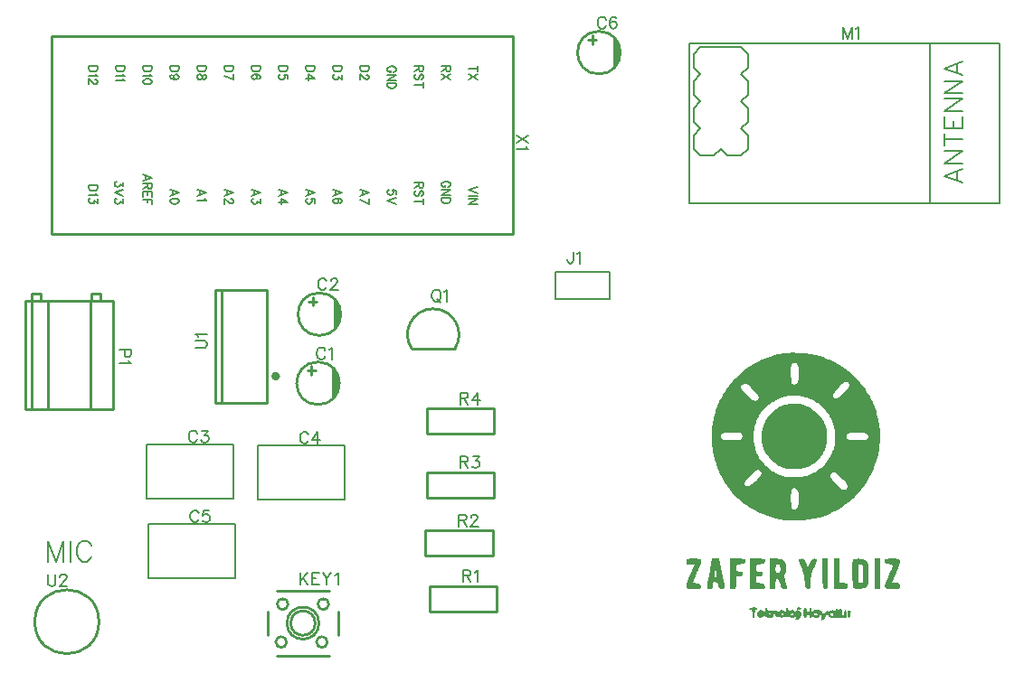
<source format=gto>
G04 Layer: TopSilkscreenLayer*
G04 EasyEDA v6.4.31, 2022-01-25 22:29:22*
G04 e61b6c59d15345b4ac09c8306d02ccd6,8f8899c8ce1b4866aa33813601b7f331,10*
G04 Gerber Generator version 0.2*
G04 Scale: 100 percent, Rotated: No, Reflected: No *
G04 Dimensions in millimeters *
G04 leading zeros omitted , absolute positions ,4 integer and 5 decimal *
%FSLAX45Y45*%
%MOMM*%

%ADD10C,0.2540*%
%ADD27C,0.1778*%
%ADD28C,0.2030*%
%ADD29C,0.2032*%
%ADD30C,0.1270*%
%ADD31C,0.4000*%
%ADD32C,0.1524*%
%ADD33C,0.1422*%

%LPD*%
G36*
X7953400Y2953004D02*
G01*
X7927644Y2952546D01*
X7903972Y2951429D01*
X7893100Y2950616D01*
X7882890Y2949600D01*
X7873492Y2948381D01*
X7864957Y2947009D01*
X7846517Y2943453D01*
X7822184Y2938068D01*
X7792262Y2930448D01*
X7774584Y2925368D01*
X7745475Y2916072D01*
X7722616Y2907944D01*
X7700111Y2899206D01*
X7672527Y2887421D01*
X7645501Y2874721D01*
X7624368Y2863900D01*
X7613954Y2858262D01*
X7588300Y2843580D01*
X7568285Y2831185D01*
X7548727Y2818282D01*
X7529575Y2804820D01*
X7506258Y2787294D01*
X7501184Y2783281D01*
X7945170Y2783281D01*
X7945323Y2801264D01*
X7946085Y2816148D01*
X7947355Y2828188D01*
X7948218Y2833217D01*
X7949285Y2837586D01*
X7950453Y2841294D01*
X7951774Y2844444D01*
X7953248Y2846984D01*
X7954924Y2848965D01*
X7956753Y2850438D01*
X7962290Y2853639D01*
X7967675Y2856128D01*
X7972755Y2857855D01*
X7977631Y2858770D01*
X7982254Y2858973D01*
X7986674Y2858363D01*
X7990840Y2856992D01*
X7994802Y2854858D01*
X7998510Y2851962D01*
X8002016Y2848305D01*
X8005368Y2843885D01*
X8008467Y2838653D01*
X8010093Y2835097D01*
X8011617Y2830982D01*
X8012988Y2826308D01*
X8015325Y2815437D01*
X8017154Y2802991D01*
X8018424Y2789224D01*
X8019186Y2774645D01*
X8019389Y2759557D01*
X8019135Y2744419D01*
X8018373Y2729534D01*
X8017052Y2715361D01*
X8015325Y2702255D01*
X8013090Y2690571D01*
X8010347Y2680766D01*
X8008823Y2676702D01*
X8007146Y2673197D01*
X8005368Y2670352D01*
X8002066Y2666492D01*
X7998206Y2663088D01*
X7993786Y2660142D01*
X7989112Y2657703D01*
X7984236Y2655925D01*
X7979359Y2654808D01*
X7974584Y2654401D01*
X7970062Y2654808D01*
X7966760Y2655570D01*
X7963814Y2656636D01*
X7961223Y2658059D01*
X7958886Y2659888D01*
X7956854Y2662326D01*
X7955025Y2665374D01*
X7953451Y2669133D01*
X7952079Y2673705D01*
X7950911Y2679192D01*
X7948980Y2693162D01*
X7947558Y2711856D01*
X7946390Y2735884D01*
X7945475Y2762046D01*
X7945170Y2783281D01*
X7501184Y2783281D01*
X7479233Y2765196D01*
X7457541Y2745943D01*
X7440777Y2729992D01*
X7424420Y2713583D01*
X7412532Y2700985D01*
X7400899Y2688132D01*
X7389571Y2675077D01*
X7378547Y2661716D01*
X7364323Y2643581D01*
X7355306Y2631440D01*
X7478064Y2631440D01*
X7478268Y2634335D01*
X7478979Y2637078D01*
X7480198Y2639771D01*
X7481824Y2642463D01*
X7483906Y2645206D01*
X7489291Y2650998D01*
X7492288Y2653792D01*
X7495336Y2656281D01*
X7498435Y2658364D01*
X7501534Y2660091D01*
X7504734Y2661412D01*
X7507986Y2662326D01*
X7511288Y2662834D01*
X7514742Y2662936D01*
X7518298Y2662682D01*
X7522006Y2661920D01*
X7525816Y2660802D01*
X7529779Y2659227D01*
X7533944Y2657195D01*
X7538262Y2654757D01*
X7547559Y2648458D01*
X7557719Y2640330D01*
X7568895Y2630322D01*
X7581188Y2618333D01*
X7594650Y2604414D01*
X7610957Y2586939D01*
X7623556Y2572664D01*
X7628585Y2566568D01*
X7632801Y2561031D01*
X7636256Y2556002D01*
X7638999Y2551480D01*
X7641031Y2547264D01*
X7642453Y2543403D01*
X7643215Y2539796D01*
X7643469Y2536342D01*
X7643114Y2532989D01*
X7642301Y2529687D01*
X7641031Y2526334D01*
X7639354Y2522880D01*
X7636916Y2518664D01*
X7634376Y2514955D01*
X7631734Y2511704D01*
X7628940Y2508910D01*
X7625994Y2506624D01*
X7622946Y2504846D01*
X7619695Y2503576D01*
X7616291Y2502763D01*
X7612735Y2502458D01*
X7608976Y2502662D01*
X7605014Y2503373D01*
X7600899Y2504592D01*
X7596530Y2506319D01*
X7591958Y2508605D01*
X7587132Y2511348D01*
X7582103Y2514650D01*
X7571282Y2522778D01*
X7559395Y2533091D01*
X7546390Y2545486D01*
X7532166Y2560116D01*
X7515910Y2577439D01*
X7502804Y2591866D01*
X7492746Y2603703D01*
X7488732Y2608834D01*
X7482738Y2617724D01*
X7480706Y2621584D01*
X7479284Y2625140D01*
X7478369Y2628392D01*
X7478064Y2631440D01*
X7355306Y2631440D01*
X7340701Y2610815D01*
X7331100Y2596438D01*
X7315809Y2571953D01*
X7304227Y2551938D01*
X7295946Y2536698D01*
X7285380Y2516073D01*
X7275423Y2495092D01*
X7266127Y2473807D01*
X7257389Y2452217D01*
X7251242Y2435809D01*
X7243622Y2413660D01*
X7238339Y2396896D01*
X7230364Y2368550D01*
X7224725Y2345588D01*
X7219746Y2322372D01*
X7217511Y2310638D01*
X7212685Y2281174D01*
X7209637Y2257298D01*
X7207250Y2233218D01*
X7205624Y2208936D01*
X7205065Y2196693D01*
X7204499Y2171293D01*
X7292441Y2171293D01*
X7292492Y2175103D01*
X7292848Y2178659D01*
X7293559Y2181961D01*
X7294625Y2185009D01*
X7295997Y2187803D01*
X7297826Y2190394D01*
X7300061Y2192782D01*
X7302703Y2194915D01*
X7305852Y2196846D01*
X7309408Y2198573D01*
X7313523Y2200148D01*
X7318095Y2201519D01*
X7323277Y2202738D01*
X7335215Y2204669D01*
X7349591Y2205990D01*
X7366508Y2206853D01*
X7386167Y2207260D01*
X7408722Y2207310D01*
X7428788Y2207006D01*
X7444943Y2206142D01*
X7457592Y2204669D01*
X7462824Y2203704D01*
X7467396Y2202484D01*
X7471359Y2201062D01*
X7474762Y2199436D01*
X7477709Y2197557D01*
X7480300Y2195423D01*
X7482535Y2192985D01*
X7484516Y2190292D01*
X7486294Y2187244D01*
X7488732Y2182063D01*
X7490409Y2177084D01*
X7491272Y2172208D01*
X7491374Y2167483D01*
X7491204Y2166366D01*
X7596682Y2166366D01*
X7596784Y2178608D01*
X7597241Y2190750D01*
X7598003Y2202789D01*
X7599680Y2220518D01*
X7601254Y2232101D01*
X7603083Y2243582D01*
X7605268Y2254910D01*
X7607706Y2266086D01*
X7610500Y2277110D01*
X7613599Y2287930D01*
X7616952Y2298598D01*
X7620660Y2309114D01*
X7624622Y2319426D01*
X7628940Y2329586D01*
X7633512Y2339594D01*
X7638338Y2349347D01*
X7643520Y2358999D01*
X7648956Y2368448D01*
X7654696Y2377694D01*
X7660690Y2386736D01*
X7666990Y2395575D01*
X7673594Y2404262D01*
X7680401Y2412695D01*
X7687564Y2420975D01*
X7694980Y2429052D01*
X7702651Y2436926D01*
X7710576Y2444546D01*
X7722971Y2455621D01*
X7731607Y2462733D01*
X7740497Y2469642D01*
X7749590Y2476296D01*
X7758988Y2482748D01*
X7768640Y2488946D01*
X7778546Y2494940D01*
X7788706Y2500731D01*
X7799120Y2506218D01*
X7809738Y2511501D01*
X7820659Y2516581D01*
X7831785Y2521356D01*
X7843164Y2525928D01*
X7854797Y2530246D01*
X7866634Y2534259D01*
X7878775Y2538069D01*
X7891068Y2541625D01*
X7903667Y2544927D01*
X7916418Y2547924D01*
X7926882Y2550007D01*
X7937550Y2551582D01*
X7948472Y2552700D01*
X7959699Y2553360D01*
X7971281Y2553462D01*
X7983220Y2553106D01*
X7995564Y2552242D01*
X8008366Y2550922D01*
X8031266Y2547467D01*
X8337042Y2547467D01*
X8337397Y2551328D01*
X8338312Y2555494D01*
X8339734Y2559964D01*
X8341715Y2564688D01*
X8344204Y2569667D01*
X8347252Y2575001D01*
X8354872Y2586380D01*
X8359495Y2592527D01*
X8370316Y2605633D01*
X8383270Y2619806D01*
X8398205Y2634945D01*
X8412073Y2648508D01*
X8424214Y2659786D01*
X8434882Y2668828D01*
X8444128Y2675636D01*
X8448294Y2678277D01*
X8452205Y2680360D01*
X8455812Y2681935D01*
X8459216Y2683002D01*
X8462416Y2683611D01*
X8465413Y2683713D01*
X8468207Y2683306D01*
X8470900Y2682443D01*
X8473440Y2681122D01*
X8475878Y2679344D01*
X8478215Y2677109D01*
X8480501Y2674416D01*
X8484971Y2667812D01*
X8488883Y2660396D01*
X8490153Y2657043D01*
X8490966Y2653741D01*
X8491270Y2650388D01*
X8491016Y2646934D01*
X8490254Y2643276D01*
X8488832Y2639415D01*
X8486749Y2635199D01*
X8483955Y2630627D01*
X8480501Y2625547D01*
X8471154Y2613863D01*
X8458454Y2599436D01*
X8442045Y2581859D01*
X8428075Y2567482D01*
X8415375Y2555240D01*
X8403894Y2545130D01*
X8393582Y2537104D01*
X8388858Y2533853D01*
X8384387Y2531110D01*
X8380171Y2528874D01*
X8376208Y2527096D01*
X8372551Y2525826D01*
X8369096Y2525064D01*
X8365845Y2524760D01*
X8362899Y2524963D01*
X8357870Y2525877D01*
X8353399Y2527046D01*
X8349488Y2528570D01*
X8346135Y2530398D01*
X8343290Y2532481D01*
X8340953Y2534920D01*
X8339175Y2537612D01*
X8337956Y2540609D01*
X8337245Y2543911D01*
X8337042Y2547467D01*
X8031266Y2547467D01*
X8042554Y2545384D01*
X8057235Y2542286D01*
X8076895Y2537510D01*
X8088833Y2534107D01*
X8100568Y2530449D01*
X8112099Y2526436D01*
X8128965Y2519883D01*
X8139938Y2515108D01*
X8150707Y2510028D01*
X8161223Y2504694D01*
X8171535Y2499055D01*
X8181594Y2493111D01*
X8191449Y2486914D01*
X8201050Y2480411D01*
X8210397Y2473655D01*
X8219490Y2466644D01*
X8228330Y2459380D01*
X8236915Y2451862D01*
X8245246Y2444038D01*
X8253323Y2436012D01*
X8261146Y2427732D01*
X8268665Y2419248D01*
X8275929Y2410510D01*
X8282940Y2401519D01*
X8289645Y2392324D01*
X8296097Y2382926D01*
X8305190Y2368397D01*
X8310880Y2358440D01*
X8316264Y2348280D01*
X8321395Y2337968D01*
X8326170Y2327402D01*
X8330692Y2316683D01*
X8334857Y2305812D01*
X8338769Y2294686D01*
X8342325Y2283460D01*
X8345525Y2271979D01*
X8349792Y2254554D01*
X8352180Y2242718D01*
X8354263Y2230729D01*
X8355990Y2218588D01*
X8357412Y2206294D01*
X8358428Y2193848D01*
X8359140Y2181301D01*
X8359521Y2165299D01*
X8466175Y2165299D01*
X8466175Y2169363D01*
X8466531Y2173224D01*
X8467242Y2176881D01*
X8468360Y2180234D01*
X8469833Y2183434D01*
X8471712Y2186381D01*
X8474049Y2189073D01*
X8476742Y2191613D01*
X8479891Y2193950D01*
X8483498Y2196033D01*
X8487511Y2197963D01*
X8492032Y2199690D01*
X8496960Y2201265D01*
X8508288Y2203805D01*
X8514689Y2204821D01*
X8528964Y2206345D01*
X8545271Y2207209D01*
X8563711Y2207514D01*
X8582304Y2207260D01*
X8598509Y2206548D01*
X8612530Y2205329D01*
X8624468Y2203551D01*
X8629751Y2202434D01*
X8638895Y2199792D01*
X8642858Y2198217D01*
X8646363Y2196541D01*
X8649563Y2194661D01*
X8652357Y2192629D01*
X8654796Y2190445D01*
X8661603Y2182977D01*
X8666683Y2176018D01*
X8668562Y2172766D01*
X8669985Y2169617D01*
X8670950Y2166569D01*
X8671560Y2163673D01*
X8671661Y2160930D01*
X8671356Y2158288D01*
X8670594Y2155748D01*
X8669426Y2153361D01*
X8667851Y2151126D01*
X8665819Y2148992D01*
X8663330Y2147011D01*
X8660434Y2145182D01*
X8657132Y2143455D01*
X8653373Y2141829D01*
X8644585Y2139035D01*
X8634069Y2136800D01*
X8621877Y2135073D01*
X8607958Y2133904D01*
X8592362Y2133295D01*
X8575141Y2133193D01*
X8556193Y2133650D01*
X8531860Y2134717D01*
X8512403Y2136038D01*
X8497316Y2137664D01*
X8491220Y2138680D01*
X8485987Y2139848D01*
X8481568Y2141169D01*
X8477859Y2142642D01*
X8474811Y2144369D01*
X8472424Y2146249D01*
X8470493Y2148382D01*
X8469071Y2150770D01*
X8468004Y2153462D01*
X8467293Y2156409D01*
X8466582Y2160981D01*
X8466175Y2165299D01*
X8359521Y2165299D01*
X8359292Y2137867D01*
X8358733Y2123643D01*
X8357819Y2110587D01*
X8356447Y2098497D01*
X8354618Y2087067D01*
X8352231Y2076043D01*
X8349284Y2065121D01*
X8345627Y2054047D01*
X8341309Y2042515D01*
X8336127Y2030323D01*
X8330184Y2017064D01*
X8324088Y2004314D01*
X8318296Y1993036D01*
X8312251Y1982012D01*
X8305850Y1971192D01*
X8299145Y1960575D01*
X8292185Y1950212D01*
X8284921Y1940102D01*
X8277352Y1930247D01*
X8269528Y1920646D01*
X8261451Y1911299D01*
X8253069Y1902206D01*
X8244484Y1893417D01*
X8235645Y1884883D01*
X8226501Y1876653D01*
X8217204Y1868678D01*
X8207603Y1861057D01*
X8197850Y1853742D01*
X8187842Y1846732D01*
X8177631Y1840026D01*
X8167166Y1833625D01*
X8156549Y1827631D01*
X8145729Y1821891D01*
X8124240Y1811629D01*
X8114385Y1807413D01*
X8104936Y1803704D01*
X8092109Y1799437D01*
X8314232Y1799437D01*
X8314334Y1802892D01*
X8314893Y1806193D01*
X8315807Y1809445D01*
X8317128Y1812645D01*
X8318855Y1815744D01*
X8320938Y1818843D01*
X8323376Y1821891D01*
X8329168Y1827733D01*
X8334705Y1832305D01*
X8337397Y1833981D01*
X8340140Y1835150D01*
X8342884Y1835861D01*
X8345779Y1836064D01*
X8348827Y1835759D01*
X8352078Y1834896D01*
X8355584Y1833473D01*
X8359444Y1831390D01*
X8363712Y1828749D01*
X8368334Y1825447D01*
X8379104Y1816760D01*
X8392210Y1805178D01*
X8424265Y1775155D01*
X8437118Y1762353D01*
X8448040Y1750720D01*
X8457031Y1740103D01*
X8460841Y1735175D01*
X8467039Y1725980D01*
X8469477Y1721662D01*
X8471458Y1717497D01*
X8473033Y1713534D01*
X8474151Y1709724D01*
X8474862Y1706067D01*
X8475167Y1702511D01*
X8475065Y1699056D01*
X8474506Y1695754D01*
X8473592Y1692503D01*
X8472271Y1689303D01*
X8470544Y1686204D01*
X8468461Y1683105D01*
X8466023Y1680108D01*
X8460232Y1674215D01*
X8454694Y1669643D01*
X8452002Y1668018D01*
X8449259Y1666798D01*
X8446516Y1666087D01*
X8443620Y1665884D01*
X8440572Y1666189D01*
X8437321Y1667052D01*
X8433765Y1668525D01*
X8429955Y1670557D01*
X8425688Y1673199D01*
X8415934Y1680514D01*
X8404047Y1690624D01*
X8389620Y1703679D01*
X8372297Y1719935D01*
X8358479Y1733346D01*
X8346592Y1745538D01*
X8336635Y1756664D01*
X8328558Y1766773D01*
X8322360Y1776018D01*
X8319922Y1780286D01*
X8317941Y1784451D01*
X8316366Y1788414D01*
X8315248Y1792224D01*
X8314537Y1795881D01*
X8314232Y1799437D01*
X8092109Y1799437D01*
X8086496Y1797862D01*
X8076996Y1795678D01*
X8067090Y1793849D01*
X8056473Y1792427D01*
X8044992Y1791309D01*
X8032343Y1790547D01*
X8002879Y1789633D01*
X7966151Y1789379D01*
X7931708Y1789684D01*
X7917484Y1790192D01*
X7904784Y1790954D01*
X7893405Y1792122D01*
X7882991Y1793697D01*
X7873238Y1795780D01*
X7863789Y1798472D01*
X7854391Y1801774D01*
X7844739Y1805787D01*
X7834477Y1810562D01*
X7810957Y1822704D01*
X7798663Y1829460D01*
X7787640Y1835810D01*
X7776870Y1842414D01*
X7766405Y1849323D01*
X7756194Y1856435D01*
X7746288Y1863801D01*
X7736687Y1871421D01*
X7727340Y1879244D01*
X7718247Y1887321D01*
X7709509Y1895602D01*
X7701025Y1904085D01*
X7692898Y1912772D01*
X7685024Y1921713D01*
X7677505Y1930806D01*
X7670292Y1940102D01*
X7663332Y1949602D01*
X7656779Y1959305D01*
X7650480Y1969160D01*
X7644536Y1979168D01*
X7638948Y1989378D01*
X7633665Y1999742D01*
X7628737Y2010257D01*
X7624165Y2020925D01*
X7619898Y2031695D01*
X7616037Y2042668D01*
X7612481Y2053742D01*
X7609281Y2064969D01*
X7605166Y2081987D01*
X7602931Y2093518D01*
X7601000Y2105152D01*
X7599476Y2116836D01*
X7598308Y2128672D01*
X7597444Y2141372D01*
X7596682Y2166366D01*
X7491204Y2166366D01*
X7490663Y2162810D01*
X7489139Y2158136D01*
X7486853Y2153462D01*
X7483754Y2148738D01*
X7481570Y2146046D01*
X7479182Y2143658D01*
X7476490Y2141524D01*
X7473442Y2139645D01*
X7469987Y2138019D01*
X7466025Y2136648D01*
X7461453Y2135479D01*
X7456271Y2134565D01*
X7450378Y2133803D01*
X7436205Y2132939D01*
X7418374Y2132736D01*
X7396378Y2133193D01*
X7345070Y2135327D01*
X7326985Y2136800D01*
X7319873Y2137714D01*
X7313879Y2138832D01*
X7308951Y2140153D01*
X7304887Y2141728D01*
X7301687Y2143556D01*
X7299198Y2145741D01*
X7297267Y2148332D01*
X7295794Y2151227D01*
X7294727Y2154631D01*
X7293203Y2162810D01*
X7292441Y2171293D01*
X7204499Y2171293D01*
X7204557Y2153716D01*
X7205319Y2129282D01*
X7205929Y2117140D01*
X7208316Y2087016D01*
X7211771Y2057196D01*
X7216343Y2027682D01*
X7220762Y2004314D01*
X7224522Y1986940D01*
X7228687Y1969719D01*
X7233158Y1952650D01*
X7236358Y1941372D01*
X7245096Y1913432D01*
X7248855Y1902358D01*
X7254798Y1885899D01*
X7265517Y1858873D01*
X7270089Y1848154D01*
X7277201Y1832305D01*
X7284618Y1816607D01*
X7295083Y1795983D01*
X7306157Y1775714D01*
X7317740Y1755800D01*
X7326833Y1741119D01*
X7337407Y1724914D01*
X7510525Y1724914D01*
X7511034Y1727962D01*
X7512151Y1731467D01*
X7513777Y1735378D01*
X7515961Y1739646D01*
X7521752Y1749196D01*
X7529169Y1759762D01*
X7537958Y1771091D01*
X7547762Y1782876D01*
X7558379Y1794764D01*
X7569453Y1806448D01*
X7580680Y1817674D01*
X7591806Y1828088D01*
X7602524Y1837385D01*
X7612583Y1845259D01*
X7617206Y1848612D01*
X7621625Y1851456D01*
X7629398Y1855571D01*
X7632700Y1856739D01*
X7635595Y1857349D01*
X7638034Y1857248D01*
X7644841Y1854606D01*
X7652258Y1849577D01*
X7659268Y1842973D01*
X7665110Y1835404D01*
X7666736Y1832508D01*
X7667904Y1829562D01*
X7668615Y1826615D01*
X7668768Y1823516D01*
X7668412Y1820214D01*
X7667396Y1816709D01*
X7665821Y1812950D01*
X7663535Y1808784D01*
X7660589Y1804263D01*
X7656880Y1799234D01*
X7652410Y1793697D01*
X7641031Y1780844D01*
X7626197Y1765198D01*
X7610856Y1749755D01*
X7598409Y1737918D01*
X7586725Y1727657D01*
X7575803Y1718970D01*
X7565644Y1711807D01*
X7556296Y1706270D01*
X7551928Y1704035D01*
X7547762Y1702206D01*
X7543800Y1700784D01*
X7540040Y1699768D01*
X7536484Y1699158D01*
X7533131Y1698904D01*
X7529982Y1699056D01*
X7527086Y1699615D01*
X7524394Y1700530D01*
X7521905Y1701901D01*
X7519619Y1703628D01*
X7517536Y1705762D01*
X7515707Y1708302D01*
X7514081Y1711198D01*
X7512710Y1714550D01*
X7511542Y1718259D01*
X7510627Y1722424D01*
X7510525Y1724914D01*
X7337407Y1724914D01*
X7349286Y1707692D01*
X7359396Y1693722D01*
X7376972Y1670964D01*
X7395362Y1648866D01*
X7402931Y1640230D01*
X7418476Y1623263D01*
X7438593Y1602689D01*
X7452875Y1589024D01*
X7945374Y1589024D01*
X7945475Y1606296D01*
X7946085Y1621840D01*
X7947304Y1635760D01*
X7948980Y1647952D01*
X7951266Y1658467D01*
X7954060Y1667256D01*
X7955635Y1671015D01*
X7957362Y1674317D01*
X7959191Y1677212D01*
X7961223Y1679702D01*
X7963306Y1681734D01*
X7965592Y1683308D01*
X7967980Y1684528D01*
X7970469Y1685239D01*
X7973110Y1685543D01*
X7975853Y1685442D01*
X7978749Y1684883D01*
X7981797Y1683867D01*
X7984947Y1682445D01*
X7988249Y1680565D01*
X7991652Y1678228D01*
X7995158Y1675485D01*
X8002625Y1668678D01*
X8004759Y1666290D01*
X8008620Y1660499D01*
X8010296Y1657045D01*
X8013242Y1649018D01*
X8015630Y1639468D01*
X8017408Y1628241D01*
X8018678Y1615287D01*
X8019440Y1600504D01*
X8019694Y1583791D01*
X8019338Y1566011D01*
X8018322Y1549857D01*
X8016595Y1535379D01*
X8014157Y1522628D01*
X8012684Y1516837D01*
X8009229Y1506575D01*
X8007248Y1502054D01*
X8005064Y1497939D01*
X8002727Y1494282D01*
X8000238Y1491030D01*
X7997545Y1488236D01*
X7994700Y1485798D01*
X7991703Y1483817D01*
X7988503Y1482293D01*
X7985150Y1481175D01*
X7981645Y1480464D01*
X7977936Y1480159D01*
X7974075Y1480312D01*
X7970062Y1480870D01*
X7966811Y1481632D01*
X7963865Y1482699D01*
X7961274Y1484071D01*
X7958937Y1485849D01*
X7956905Y1488186D01*
X7955076Y1491081D01*
X7953502Y1494637D01*
X7952130Y1498955D01*
X7950962Y1504137D01*
X7949895Y1510182D01*
X7948218Y1525320D01*
X7946948Y1545082D01*
X7945831Y1570075D01*
X7945374Y1589024D01*
X7452875Y1589024D01*
X7468108Y1575155D01*
X7481163Y1563827D01*
X7494524Y1552752D01*
X7512710Y1538427D01*
X7526680Y1528013D01*
X7545679Y1514602D01*
X7565085Y1501749D01*
X7579918Y1492453D01*
X7595006Y1483512D01*
X7615478Y1472031D01*
X7636357Y1461160D01*
X7663027Y1448358D01*
X7684820Y1438808D01*
X7701381Y1432052D01*
X7729423Y1421587D01*
X7752283Y1413916D01*
X7781391Y1405280D01*
X7810957Y1397660D01*
X7821574Y1395272D01*
X7832598Y1393088D01*
X7855661Y1389278D01*
X7879943Y1386230D01*
X7905343Y1383944D01*
X7924901Y1382674D01*
X7951622Y1381658D01*
X7978851Y1381353D01*
X8013242Y1381963D01*
X8040827Y1383233D01*
X8075066Y1385773D01*
X8088630Y1387094D01*
X8121903Y1391158D01*
X8147659Y1395120D01*
X8172450Y1399743D01*
X8196122Y1404975D01*
X8218424Y1410868D01*
X8239201Y1417370D01*
X8262721Y1425854D01*
X8285683Y1434795D01*
X8308086Y1444345D01*
X8329930Y1454454D01*
X8351316Y1465173D01*
X8372246Y1476502D01*
X8387689Y1485442D01*
X8397849Y1491640D01*
X8417864Y1504442D01*
X8437626Y1518005D01*
X8457031Y1532280D01*
X8466632Y1539697D01*
X8480907Y1551178D01*
X8499805Y1567180D01*
X8523122Y1588312D01*
X8541613Y1606143D01*
X8564626Y1629664D01*
X8584539Y1651406D01*
X8599728Y1669135D01*
X8617864Y1691741D01*
X8634984Y1714754D01*
X8651138Y1738172D01*
X8663330Y1757222D01*
X8672118Y1771599D01*
X8683244Y1791004D01*
X8696299Y1815592D01*
X8703665Y1830476D01*
X8710676Y1845462D01*
X8719515Y1865579D01*
X8725712Y1880819D01*
X8731605Y1896110D01*
X8740648Y1921764D01*
X8745626Y1937308D01*
X8753144Y1963267D01*
X8757208Y1978964D01*
X8760968Y1994662D01*
X8765387Y2015693D01*
X8768384Y2031542D01*
X8772550Y2057958D01*
X8775852Y2084476D01*
X8778189Y2111044D01*
X8779154Y2127046D01*
X8780068Y2153615D01*
X8780170Y2169566D01*
X8779967Y2185517D01*
X8778900Y2212035D01*
X8776919Y2238502D01*
X8774023Y2264918D01*
X8770315Y2291130D01*
X8765692Y2317242D01*
X8762492Y2332837D01*
X8757716Y2353513D01*
X8751011Y2379218D01*
X8743391Y2404668D01*
X8736736Y2424836D01*
X8727592Y2449779D01*
X8719667Y2469540D01*
X8708999Y2493975D01*
X8699855Y2513279D01*
X8690203Y2532380D01*
X8685174Y2541828D01*
X8671966Y2565146D01*
X8657945Y2588056D01*
X8646160Y2606090D01*
X8627465Y2632608D01*
X8610955Y2654147D01*
X8597188Y2671013D01*
X8579256Y2691587D01*
X8560511Y2711653D01*
X8544915Y2727299D01*
X8528812Y2742539D01*
X8512251Y2757373D01*
X8490762Y2775356D01*
X8481974Y2782366D01*
X8463991Y2796082D01*
X8450173Y2806039D01*
X8440775Y2812542D01*
X8421674Y2825242D01*
X8402116Y2837434D01*
X8382000Y2849168D01*
X8361425Y2860395D01*
X8340344Y2871114D01*
X8327999Y2877058D01*
X8301431Y2888996D01*
X8273643Y2900680D01*
X8246160Y2911449D01*
X8220354Y2920695D01*
X8208568Y2924606D01*
X8197799Y2927908D01*
X8188198Y2930601D01*
X8168284Y2935122D01*
X8145576Y2939186D01*
X8120583Y2942742D01*
X8093862Y2945892D01*
X8058912Y2948990D01*
X8030311Y2950921D01*
X8001711Y2952191D01*
X7973669Y2952902D01*
G37*
G36*
X7974888Y2477871D02*
G01*
X7963357Y2477516D01*
X7951724Y2476703D01*
X7940090Y2475433D01*
X7928356Y2473756D01*
X7916621Y2471623D01*
X7904835Y2469032D01*
X7892999Y2465984D01*
X7881162Y2462479D01*
X7869732Y2458618D01*
X7858759Y2454452D01*
X7848041Y2449880D01*
X7837525Y2444800D01*
X7827264Y2439365D01*
X7817256Y2433523D01*
X7807502Y2427274D01*
X7798003Y2420670D01*
X7788757Y2413711D01*
X7779816Y2406396D01*
X7771130Y2398725D01*
X7762798Y2390749D01*
X7754721Y2382418D01*
X7747000Y2373833D01*
X7739583Y2364943D01*
X7732522Y2355799D01*
X7725765Y2346350D01*
X7719364Y2336698D01*
X7713370Y2326792D01*
X7707731Y2316632D01*
X7702448Y2306320D01*
X7697571Y2295753D01*
X7693050Y2285034D01*
X7688986Y2274112D01*
X7685328Y2263038D01*
X7682077Y2251811D01*
X7679283Y2240483D01*
X7676896Y2229002D01*
X7675016Y2217420D01*
X7673543Y2205736D01*
X7672578Y2193950D01*
X7672070Y2182114D01*
X7672019Y2168093D01*
X7672324Y2152650D01*
X7673035Y2138019D01*
X7674152Y2124049D01*
X7675676Y2110790D01*
X7677658Y2098090D01*
X7680147Y2085898D01*
X7683093Y2074214D01*
X7686548Y2062886D01*
X7690561Y2051913D01*
X7695133Y2041194D01*
X7700314Y2030679D01*
X7706106Y2020316D01*
X7712506Y2010054D01*
X7719568Y1999742D01*
X7727340Y1989378D01*
X7735824Y1978914D01*
X7745018Y1968296D01*
X7754772Y1957628D01*
X7764525Y1947519D01*
X7774228Y1938070D01*
X7783982Y1929180D01*
X7793736Y1920900D01*
X7803540Y1913229D01*
X7813395Y1906066D01*
X7823352Y1899513D01*
X7833461Y1893519D01*
X7843672Y1888032D01*
X7854086Y1883105D01*
X7864652Y1878685D01*
X7875371Y1874774D01*
X7886344Y1871370D01*
X7897571Y1868474D01*
X7909102Y1866087D01*
X7920837Y1864156D01*
X7932928Y1862683D01*
X7945323Y1861718D01*
X7958074Y1861159D01*
X7971231Y1861057D01*
X7984744Y1861413D01*
X7999120Y1862226D01*
X8013598Y1863394D01*
X8027466Y1864969D01*
X8040776Y1866950D01*
X8053578Y1869287D01*
X8065922Y1872081D01*
X8077809Y1875332D01*
X8089341Y1879041D01*
X8100517Y1883206D01*
X8111388Y1887880D01*
X8122005Y1893062D01*
X8132368Y1898802D01*
X8142579Y1905050D01*
X8152587Y1911908D01*
X8162544Y1919274D01*
X8172399Y1927301D01*
X8182254Y1935937D01*
X8192109Y1945233D01*
X8201558Y1954682D01*
X8210245Y1963928D01*
X8218373Y1973275D01*
X8225993Y1982724D01*
X8233156Y1992325D01*
X8239810Y2002078D01*
X8245957Y2011984D01*
X8251647Y2022043D01*
X8256879Y2032355D01*
X8261603Y2042820D01*
X8265922Y2053539D01*
X8269782Y2064512D01*
X8273135Y2075688D01*
X8276132Y2087168D01*
X8278622Y2098954D01*
X8280704Y2110994D01*
X8282381Y2123389D01*
X8283651Y2136089D01*
X8284514Y2149195D01*
X8284972Y2162606D01*
X8284972Y2175967D01*
X8284667Y2188718D01*
X8283956Y2201113D01*
X8282889Y2213152D01*
X8281365Y2224836D01*
X8279485Y2236216D01*
X8277199Y2247290D01*
X8274456Y2258110D01*
X8271256Y2268677D01*
X8267649Y2279040D01*
X8263534Y2289149D01*
X8259013Y2299106D01*
X8253984Y2308860D01*
X8248497Y2318512D01*
X8242503Y2328011D01*
X8236000Y2337409D01*
X8228990Y2346706D01*
X8221472Y2355951D01*
X8213394Y2365146D01*
X8204758Y2374341D01*
X8195614Y2383536D01*
X8185912Y2392730D01*
X8176209Y2401468D01*
X8166760Y2409393D01*
X8157209Y2416860D01*
X8147456Y2423871D01*
X8137550Y2430526D01*
X8127542Y2436672D01*
X8117382Y2442464D01*
X8107070Y2447798D01*
X8096605Y2452674D01*
X8086090Y2457145D01*
X8075371Y2461209D01*
X8064601Y2464816D01*
X8053679Y2467965D01*
X8042706Y2470708D01*
X8031632Y2472994D01*
X8020405Y2474823D01*
X8009178Y2476246D01*
X7997799Y2477262D01*
X7986369Y2477770D01*
G37*
G36*
X7023963Y1022705D02*
G01*
X7004202Y1022451D01*
X6989419Y1021689D01*
X6983730Y1021029D01*
X6978954Y1020114D01*
X6975144Y1018946D01*
X6972096Y1017473D01*
X6969759Y1015644D01*
X6968032Y1013460D01*
X6966813Y1010818D01*
X6966051Y1007770D01*
X6965594Y1004214D01*
X6965340Y995527D01*
X6965645Y987552D01*
X6966610Y981252D01*
X6968591Y976477D01*
X6971893Y973023D01*
X6976719Y970686D01*
X6983374Y969264D01*
X6992213Y968552D01*
X7011060Y968298D01*
X7024624Y967790D01*
X7034936Y966825D01*
X7038441Y966216D01*
X7040676Y965555D01*
X7041438Y964844D01*
X7040676Y962355D01*
X7034936Y947826D01*
X7011060Y891235D01*
X6997242Y859028D01*
X6985965Y830732D01*
X6976516Y804824D01*
X6972706Y793394D01*
X6969607Y783234D01*
X6967321Y774598D01*
X6965848Y767791D01*
X6965340Y762914D01*
X6965746Y755954D01*
X6966356Y753059D01*
X6967321Y750570D01*
X6968744Y748385D01*
X6970725Y746556D01*
X6973316Y744982D01*
X6976567Y743712D01*
X6980580Y742645D01*
X6985457Y741832D01*
X6998055Y740765D01*
X7014921Y740257D01*
X7036765Y740105D01*
X7059269Y740206D01*
X7076440Y740664D01*
X7088936Y741730D01*
X7093610Y742543D01*
X7097420Y743610D01*
X7100366Y744982D01*
X7102551Y746607D01*
X7104075Y748588D01*
X7104989Y750925D01*
X7105446Y753668D01*
X7105497Y756869D01*
X7104684Y764590D01*
X7103364Y771042D01*
X7101331Y776478D01*
X7098385Y780948D01*
X7094474Y784555D01*
X7089343Y787400D01*
X7082993Y789635D01*
X7075220Y791260D01*
X7058812Y793191D01*
X7046163Y795070D01*
X7036612Y797102D01*
X7033361Y798169D01*
X7031278Y799134D01*
X7030567Y800049D01*
X7031329Y802690D01*
X7037070Y817219D01*
X7047382Y841806D01*
X7074763Y905103D01*
X7080605Y919226D01*
X7091019Y946200D01*
X7095490Y958596D01*
X7099300Y969873D01*
X7102398Y979932D01*
X7104684Y988415D01*
X7106158Y995222D01*
X7106666Y1000048D01*
X7106259Y1006957D01*
X7105650Y1009802D01*
X7104684Y1012291D01*
X7103262Y1014476D01*
X7101281Y1016304D01*
X7098741Y1017828D01*
X7095490Y1019149D01*
X7091476Y1020165D01*
X7086650Y1020978D01*
X7080910Y1021638D01*
X7066432Y1022400D01*
X7047433Y1022705D01*
G37*
G36*
X7206945Y1022705D02*
G01*
X7177074Y862177D01*
X7231938Y862177D01*
X7232243Y868222D01*
X7234021Y883259D01*
X7242251Y930300D01*
X7246467Y886510D01*
X7246823Y872591D01*
X7246620Y866444D01*
X7246112Y861060D01*
X7245400Y856640D01*
X7244486Y853389D01*
X7243267Y851357D01*
X7240574Y849020D01*
X7238187Y847699D01*
X7236206Y847496D01*
X7234580Y848360D01*
X7233361Y850239D01*
X7232497Y853186D01*
X7232040Y857199D01*
X7231938Y862177D01*
X7177074Y862177D01*
X7170623Y826363D01*
X7167575Y808228D01*
X7165238Y792835D01*
X7163612Y779932D01*
X7162749Y769366D01*
X7162546Y760831D01*
X7163104Y754126D01*
X7164425Y749096D01*
X7165390Y747064D01*
X7166508Y745388D01*
X7167778Y744016D01*
X7169302Y742899D01*
X7172858Y741324D01*
X7177176Y740511D01*
X7182307Y740156D01*
X7188200Y740105D01*
X7195972Y740359D01*
X7202170Y741324D01*
X7206894Y743204D01*
X7210399Y746150D01*
X7212838Y750468D01*
X7214362Y756310D01*
X7215124Y763879D01*
X7215530Y783031D01*
X7216241Y790549D01*
X7217613Y796188D01*
X7219797Y800150D01*
X7222947Y802690D01*
X7227214Y803910D01*
X7232802Y804113D01*
X7239812Y803351D01*
X7245908Y802081D01*
X7251192Y800100D01*
X7255662Y797356D01*
X7259421Y793800D01*
X7262418Y789330D01*
X7264755Y783894D01*
X7266533Y777494D01*
X7268921Y762000D01*
X7270597Y755446D01*
X7272883Y750214D01*
X7275880Y746252D01*
X7279741Y743356D01*
X7284516Y741476D01*
X7290460Y740410D01*
X7300569Y740105D01*
X7305954Y740308D01*
X7310577Y740968D01*
X7312609Y741476D01*
X7314438Y742188D01*
X7316063Y743102D01*
X7317536Y744270D01*
X7318806Y745744D01*
X7319924Y747471D01*
X7320788Y749503D01*
X7321499Y751890D01*
X7322362Y757834D01*
X7322464Y765505D01*
X7321854Y775106D01*
X7320534Y786841D01*
X7315606Y817676D01*
X7307783Y859739D01*
X7276084Y1022705D01*
G37*
G36*
X7378395Y1022705D02*
G01*
X7378395Y740105D01*
X7411516Y740206D01*
X7416495Y740613D01*
X7420660Y741527D01*
X7424013Y743051D01*
X7426706Y745439D01*
X7428788Y748792D01*
X7430312Y753364D01*
X7431430Y759256D01*
X7432090Y766724D01*
X7432497Y775817D01*
X7432802Y819454D01*
X7433309Y834186D01*
X7433818Y839978D01*
X7434529Y844803D01*
X7435596Y848766D01*
X7436967Y851966D01*
X7438694Y854456D01*
X7440828Y856386D01*
X7443470Y857707D01*
X7446619Y858672D01*
X7450378Y859231D01*
X7459675Y859637D01*
X7474051Y859891D01*
X7481163Y860704D01*
X7486802Y862076D01*
X7491171Y864209D01*
X7494320Y867105D01*
X7496454Y870864D01*
X7497622Y875639D01*
X7497978Y881430D01*
X7497622Y887221D01*
X7496454Y891946D01*
X7494320Y895705D01*
X7491171Y898601D01*
X7486802Y900734D01*
X7481163Y902157D01*
X7474051Y902919D01*
X7455662Y903376D01*
X7448092Y904189D01*
X7442352Y905814D01*
X7438237Y908558D01*
X7435443Y912571D01*
X7433767Y918210D01*
X7432954Y925626D01*
X7432751Y935126D01*
X7432852Y941832D01*
X7433208Y947623D01*
X7433919Y952449D01*
X7435088Y956513D01*
X7436815Y959815D01*
X7439202Y962507D01*
X7442403Y964692D01*
X7446467Y966368D01*
X7451496Y967689D01*
X7457592Y968756D01*
X7464907Y969670D01*
X7484668Y971600D01*
X7493812Y973175D01*
X7501128Y975258D01*
X7506868Y978001D01*
X7511135Y981557D01*
X7514234Y986028D01*
X7516368Y991514D01*
X7517739Y998270D01*
X7518552Y1005992D01*
X7518501Y1009142D01*
X7518044Y1011885D01*
X7517130Y1014221D01*
X7515606Y1016203D01*
X7513370Y1017879D01*
X7510424Y1019200D01*
X7506665Y1020267D01*
X7501991Y1021130D01*
X7496302Y1021740D01*
X7481570Y1022451D01*
X7461758Y1022705D01*
G37*
G36*
X7563154Y1022705D02*
G01*
X7563154Y740105D01*
X7657134Y740206D01*
X7674305Y740664D01*
X7686751Y741730D01*
X7691475Y742543D01*
X7695234Y743610D01*
X7698181Y744982D01*
X7700365Y746607D01*
X7701889Y748588D01*
X7702854Y750925D01*
X7703312Y753668D01*
X7703058Y760476D01*
X7702499Y764590D01*
X7701178Y771296D01*
X7699044Y776833D01*
X7695946Y781304D01*
X7691628Y784809D01*
X7685938Y787603D01*
X7678623Y789686D01*
X7669479Y791210D01*
X7642402Y794054D01*
X7636256Y795121D01*
X7631226Y796442D01*
X7627162Y798169D01*
X7624013Y800303D01*
X7621574Y802995D01*
X7619847Y806297D01*
X7618679Y810361D01*
X7617968Y815238D01*
X7617612Y820978D01*
X7617510Y827735D01*
X7617764Y837184D01*
X7618577Y844651D01*
X7620253Y850239D01*
X7622997Y854303D01*
X7627162Y856996D01*
X7632852Y858672D01*
X7640472Y859434D01*
X7658811Y859891D01*
X7665923Y860704D01*
X7671612Y862076D01*
X7675930Y864209D01*
X7679131Y867105D01*
X7681214Y870864D01*
X7682382Y875639D01*
X7682738Y881430D01*
X7682382Y887221D01*
X7681214Y891946D01*
X7679131Y895705D01*
X7675930Y898601D01*
X7671612Y900734D01*
X7665923Y902157D01*
X7658811Y902919D01*
X7640472Y903376D01*
X7632852Y904189D01*
X7627162Y905814D01*
X7622997Y908558D01*
X7620253Y912571D01*
X7618577Y918210D01*
X7617764Y925626D01*
X7617510Y935126D01*
X7617612Y941832D01*
X7617968Y947623D01*
X7618679Y952449D01*
X7619847Y956513D01*
X7621574Y959815D01*
X7624013Y962507D01*
X7627162Y964692D01*
X7631226Y966368D01*
X7636256Y967689D01*
X7642402Y968756D01*
X7649718Y969670D01*
X7669479Y971600D01*
X7678623Y973175D01*
X7685938Y975258D01*
X7691628Y978001D01*
X7695946Y981557D01*
X7699044Y986028D01*
X7701178Y991514D01*
X7702499Y998270D01*
X7703312Y1005992D01*
X7703312Y1009142D01*
X7702854Y1011885D01*
X7701889Y1014221D01*
X7700365Y1016203D01*
X7698181Y1017879D01*
X7695234Y1019200D01*
X7691475Y1020267D01*
X7686751Y1021130D01*
X7681061Y1021740D01*
X7666329Y1022451D01*
X7646568Y1022705D01*
G37*
G36*
X7747965Y1022705D02*
G01*
X7747965Y930300D01*
X7802321Y930300D01*
X7802524Y940816D01*
X7803235Y949248D01*
X7804556Y955903D01*
X7806588Y960882D01*
X7809433Y964437D01*
X7813243Y966774D01*
X7818069Y967994D01*
X7824063Y968349D01*
X7830058Y967994D01*
X7834884Y966774D01*
X7838643Y964437D01*
X7841538Y960882D01*
X7843570Y955903D01*
X7844840Y949248D01*
X7845552Y940816D01*
X7845806Y930300D01*
X7845552Y919835D01*
X7844840Y911402D01*
X7843570Y904748D01*
X7841538Y899769D01*
X7838643Y896213D01*
X7834884Y893876D01*
X7830058Y892657D01*
X7824063Y892302D01*
X7818069Y892657D01*
X7813243Y893876D01*
X7809433Y896213D01*
X7806588Y899769D01*
X7804556Y904748D01*
X7803235Y911402D01*
X7802524Y919835D01*
X7802321Y930300D01*
X7747965Y930300D01*
X7747965Y740105D01*
X7780934Y740206D01*
X7785811Y740613D01*
X7789925Y741426D01*
X7793278Y742797D01*
X7795971Y744880D01*
X7798104Y747725D01*
X7799679Y751535D01*
X7800797Y756361D01*
X7801559Y762406D01*
X7802016Y769823D01*
X7802524Y801014D01*
X7803184Y811174D01*
X7804302Y819607D01*
X7805877Y826363D01*
X7807959Y831545D01*
X7810550Y835101D01*
X7813649Y837234D01*
X7817307Y837946D01*
X7820710Y836980D01*
X7824266Y834288D01*
X7827924Y829970D01*
X7831581Y824128D01*
X7835138Y816965D01*
X7838592Y808634D01*
X7841792Y799287D01*
X7847177Y779322D01*
X7849616Y770991D01*
X7852003Y763828D01*
X7854391Y757885D01*
X7856931Y752957D01*
X7859623Y748995D01*
X7862620Y745896D01*
X7865922Y743559D01*
X7869631Y741934D01*
X7873847Y740867D01*
X7878572Y740257D01*
X7889544Y740105D01*
X7898536Y740613D01*
X7901940Y741222D01*
X7904683Y742289D01*
X7906766Y743864D01*
X7908239Y746048D01*
X7909052Y748944D01*
X7909204Y752652D01*
X7908798Y757275D01*
X7907781Y762965D01*
X7904073Y777748D01*
X7891932Y818845D01*
X7889748Y826922D01*
X7887970Y834440D01*
X7885582Y847547D01*
X7884922Y853236D01*
X7884668Y858316D01*
X7884820Y862787D01*
X7885328Y866648D01*
X7886242Y869950D01*
X7887512Y872642D01*
X7890662Y876757D01*
X7892084Y879500D01*
X7894675Y887221D01*
X7896910Y897382D01*
X7898638Y909319D01*
X7899755Y922477D01*
X7900111Y936244D01*
X7899806Y949858D01*
X7898688Y962101D01*
X7896859Y973023D01*
X7895590Y978001D01*
X7894116Y982624D01*
X7892389Y986993D01*
X7890408Y991057D01*
X7888224Y994867D01*
X7885734Y998372D01*
X7882991Y1001572D01*
X7879994Y1004569D01*
X7876692Y1007262D01*
X7873085Y1009751D01*
X7869224Y1011986D01*
X7865008Y1013968D01*
X7860487Y1015746D01*
X7855661Y1017269D01*
X7844942Y1019759D01*
X7832852Y1021435D01*
X7819288Y1022400D01*
X7804150Y1022705D01*
G37*
G36*
X8045703Y1022705D02*
G01*
X8035594Y1021943D01*
X8027365Y1019810D01*
X8021777Y1016609D01*
X8019694Y1012748D01*
X8019897Y1010919D01*
X8021523Y1004722D01*
X8024571Y995680D01*
X8028787Y984402D01*
X8039862Y957427D01*
X8044942Y945692D01*
X8048752Y935431D01*
X8052562Y923848D01*
X8056219Y911199D01*
X8059724Y897737D01*
X8062975Y883767D01*
X8065922Y869543D01*
X8068462Y855319D01*
X8070646Y841400D01*
X8072272Y828040D01*
X8073948Y809498D01*
X8076082Y789228D01*
X8078266Y773531D01*
X8079536Y767283D01*
X8080908Y761949D01*
X8082381Y757428D01*
X8084108Y753668D01*
X8086039Y750620D01*
X8088223Y748131D01*
X8090662Y746201D01*
X8093456Y744728D01*
X8096554Y743559D01*
X8103920Y742086D01*
X8109153Y741426D01*
X8113572Y741222D01*
X8117281Y741629D01*
X8120329Y742696D01*
X8122767Y744626D01*
X8124647Y747572D01*
X8126069Y751586D01*
X8127085Y756920D01*
X8127746Y763574D01*
X8128152Y771855D01*
X8128558Y801370D01*
X8128965Y809396D01*
X8129676Y817676D01*
X8130743Y826160D01*
X8132114Y834948D01*
X8135975Y853744D01*
X8141411Y874471D01*
X8148472Y897585D01*
X8157311Y923493D01*
X8168131Y952703D01*
X8180984Y985672D01*
X8188248Y1003706D01*
X8190026Y1008887D01*
X8190788Y1013104D01*
X8190382Y1016406D01*
X8188756Y1018895D01*
X8185759Y1020724D01*
X8181340Y1021892D01*
X8175345Y1022502D01*
X8167725Y1022705D01*
X8162442Y1022553D01*
X8157616Y1021943D01*
X8153196Y1020876D01*
X8149081Y1019302D01*
X8145322Y1017168D01*
X8141766Y1014425D01*
X8138414Y1010970D01*
X8135162Y1006805D01*
X8131962Y1001877D01*
X8128812Y996137D01*
X8125561Y989533D01*
X8104886Y941171D01*
X8085175Y989279D01*
X8082127Y995781D01*
X8079079Y1001471D01*
X8076031Y1006348D01*
X8072932Y1010513D01*
X8069681Y1014018D01*
X8066328Y1016863D01*
X8062772Y1019048D01*
X8058962Y1020724D01*
X8054898Y1021842D01*
X8050479Y1022502D01*
G37*
G36*
X8236458Y1022705D02*
G01*
X8240522Y839571D01*
X8241284Y815898D01*
X8242147Y796544D01*
X8243214Y780999D01*
X8244636Y768908D01*
X8246364Y759714D01*
X8247430Y756107D01*
X8248650Y753059D01*
X8249970Y750519D01*
X8251444Y748436D01*
X8253120Y746810D01*
X8254898Y745490D01*
X8256930Y744423D01*
X8259114Y743610D01*
X8264144Y742492D01*
X8271814Y741426D01*
X8275980Y741273D01*
X8279536Y741781D01*
X8281060Y742442D01*
X8282431Y743356D01*
X8283702Y744626D01*
X8284870Y746252D01*
X8285886Y748284D01*
X8287613Y753668D01*
X8288934Y761187D01*
X8289899Y771042D01*
X8290610Y783539D01*
X8291271Y817727D01*
X8291423Y839978D01*
X8291423Y1022705D01*
G37*
G36*
X8345779Y1022705D02*
G01*
X8345779Y740105D01*
X8431682Y740206D01*
X8447481Y740714D01*
X8453729Y741172D01*
X8459012Y741883D01*
X8463432Y742797D01*
X8466988Y743966D01*
X8469833Y745439D01*
X8472017Y747268D01*
X8473643Y749452D01*
X8474811Y752094D01*
X8475522Y755142D01*
X8475980Y758647D01*
X8476234Y767283D01*
X8475929Y775309D01*
X8474964Y781558D01*
X8472982Y786333D01*
X8469680Y789787D01*
X8464854Y792124D01*
X8458200Y793546D01*
X8449360Y794258D01*
X8438184Y794461D01*
X8400135Y794461D01*
X8400135Y1022705D01*
G37*
G36*
X8726220Y1022705D02*
G01*
X8726220Y740105D01*
X8780576Y740105D01*
X8780576Y1022705D01*
G37*
G36*
X8881973Y1022705D02*
G01*
X8862212Y1022451D01*
X8847480Y1021740D01*
X8841790Y1021130D01*
X8837066Y1020267D01*
X8833307Y1019200D01*
X8830360Y1017879D01*
X8828176Y1016203D01*
X8826652Y1014221D01*
X8825687Y1011885D01*
X8825230Y1009142D01*
X8825179Y1005992D01*
X8825992Y998270D01*
X8827312Y991768D01*
X8829395Y986383D01*
X8832291Y981913D01*
X8836253Y978255D01*
X8841333Y975410D01*
X8847683Y973226D01*
X8855456Y971600D01*
X8871915Y969518D01*
X8878519Y968400D01*
X8884513Y966978D01*
X8889746Y965403D01*
X8894064Y963676D01*
X8897366Y961847D01*
X8899398Y960018D01*
X8900160Y958189D01*
X8899347Y954684D01*
X8897112Y948131D01*
X8888984Y927404D01*
X8876842Y898956D01*
X8845905Y829818D01*
X8839454Y814679D01*
X8834120Y801370D01*
X8829954Y789736D01*
X8826957Y779678D01*
X8825230Y771042D01*
X8824772Y767283D01*
X8824671Y763828D01*
X8824925Y760628D01*
X8825484Y757783D01*
X8826347Y755192D01*
X8827516Y752856D01*
X8829090Y750773D01*
X8830919Y748944D01*
X8833154Y747318D01*
X8835694Y745896D01*
X8841892Y743661D01*
X8849461Y742086D01*
X8858554Y741070D01*
X8869070Y740460D01*
X8881110Y740156D01*
X8906662Y740105D01*
X8926322Y740359D01*
X8941054Y741121D01*
X8946794Y741781D01*
X8951518Y742696D01*
X8955379Y743864D01*
X8958478Y745286D01*
X8960815Y747064D01*
X8962593Y749249D01*
X8963812Y751789D01*
X8964625Y754735D01*
X8965082Y758190D01*
X8965336Y766622D01*
X8965031Y774192D01*
X8963914Y780338D01*
X8961831Y785164D01*
X8958478Y788873D01*
X8953601Y791718D01*
X8947048Y793800D01*
X8938564Y795324D01*
X8927947Y796493D01*
X8890508Y799896D01*
X8930995Y891590D01*
X8942476Y919581D01*
X8947607Y933094D01*
X8956294Y958138D01*
X8959748Y969213D01*
X8962390Y978916D01*
X8964269Y987094D01*
X8965234Y993495D01*
X8965285Y1000506D01*
X8965082Y1004519D01*
X8964625Y1007973D01*
X8963863Y1011021D01*
X8962593Y1013561D01*
X8960866Y1015746D01*
X8958478Y1017524D01*
X8955379Y1018997D01*
X8951468Y1020165D01*
X8946692Y1021029D01*
X8940901Y1021689D01*
X8926017Y1022451D01*
X8906052Y1022705D01*
G37*
G36*
X8571331Y1022502D02*
G01*
X8558936Y1021943D01*
X8553196Y1021334D01*
X8542731Y1019454D01*
X8538210Y1018184D01*
X8534146Y1016660D01*
X8530691Y1014984D01*
X8527897Y1013002D01*
X8525764Y1010869D01*
X8524443Y1008481D01*
X8523579Y1004519D01*
X8522868Y997610D01*
X8522258Y988009D01*
X8521446Y961898D01*
X8521242Y928471D01*
X8521774Y881430D01*
X8574024Y881430D01*
X8574125Y909777D01*
X8574532Y931265D01*
X8574938Y939698D01*
X8575548Y946759D01*
X8576360Y952601D01*
X8577427Y957224D01*
X8578748Y960882D01*
X8580374Y963523D01*
X8582355Y965403D01*
X8584692Y966571D01*
X8587486Y967130D01*
X8590686Y967232D01*
X8598509Y966419D01*
X8606129Y964946D01*
X8609279Y963879D01*
X8611971Y962507D01*
X8614308Y960628D01*
X8616289Y958189D01*
X8617966Y955141D01*
X8619337Y951280D01*
X8620404Y946607D01*
X8621268Y940968D01*
X8622334Y926388D01*
X8622842Y906830D01*
X8622944Y867918D01*
X8622639Y845515D01*
X8621877Y828548D01*
X8621268Y821842D01*
X8620404Y816203D01*
X8619337Y811530D01*
X8617966Y807720D01*
X8616289Y804621D01*
X8614308Y802233D01*
X8611971Y800354D01*
X8609279Y798931D01*
X8606129Y797864D01*
X8602573Y797052D01*
X8594344Y795883D01*
X8590686Y795578D01*
X8587486Y795680D01*
X8584692Y796239D01*
X8582355Y797407D01*
X8580374Y799287D01*
X8578748Y801979D01*
X8577427Y805586D01*
X8576360Y810260D01*
X8575548Y816051D01*
X8574938Y823112D01*
X8574278Y841502D01*
X8574024Y881430D01*
X8521774Y881430D01*
X8525154Y745540D01*
X8572195Y742137D01*
X8586825Y741680D01*
X8593886Y741883D01*
X8600744Y742391D01*
X8607399Y743153D01*
X8613800Y744220D01*
X8619947Y745540D01*
X8625789Y747115D01*
X8631326Y748944D01*
X8636457Y751027D01*
X8641232Y753414D01*
X8645601Y756005D01*
X8652357Y760679D01*
X8657894Y765454D01*
X8660180Y768045D01*
X8662212Y770890D01*
X8664041Y774090D01*
X8665565Y777646D01*
X8666937Y781710D01*
X8668054Y786384D01*
X8669020Y791616D01*
X8670391Y804418D01*
X8671255Y820724D01*
X8671712Y841197D01*
X8671814Y908202D01*
X8671509Y930605D01*
X8670848Y948740D01*
X8669782Y963269D01*
X8668105Y974750D01*
X8667038Y979525D01*
X8665819Y983691D01*
X8664397Y987399D01*
X8662720Y990701D01*
X8660841Y993698D01*
X8658758Y996340D01*
X8656421Y998829D01*
X8650884Y1003503D01*
X8647734Y1005789D01*
X8643721Y1008329D01*
X8639200Y1010615D01*
X8634171Y1012698D01*
X8628786Y1014628D01*
X8616950Y1017828D01*
X8604250Y1020216D01*
X8590991Y1021740D01*
X8577783Y1022451D01*
G37*
G36*
X7596428Y566216D02*
G01*
X7589875Y565962D01*
X7583474Y565353D01*
X7577429Y564337D01*
X7571892Y563016D01*
X7566964Y561390D01*
X7562850Y559562D01*
X7559751Y557530D01*
X7557770Y555345D01*
X7556449Y551129D01*
X7557973Y547674D01*
X7561935Y545338D01*
X7572197Y543915D01*
X7575753Y542340D01*
X7578648Y539597D01*
X7580985Y535635D01*
X7582763Y530402D01*
X7583982Y523849D01*
X7584694Y515874D01*
X7585151Y498754D01*
X7585760Y491642D01*
X7586776Y485190D01*
X7588097Y479551D01*
X7589723Y474878D01*
X7591552Y471373D01*
X7593584Y469138D01*
X7595768Y468376D01*
X7597952Y469138D01*
X7599984Y471373D01*
X7601864Y474878D01*
X7603439Y479551D01*
X7604810Y485190D01*
X7605775Y491642D01*
X7606436Y498754D01*
X7606893Y514045D01*
X7607503Y521208D01*
X7608519Y527659D01*
X7609840Y533298D01*
X7611465Y537921D01*
X7613294Y541477D01*
X7615326Y543661D01*
X7617510Y544474D01*
X7621727Y545338D01*
X7625181Y547674D01*
X7627518Y551129D01*
X7628381Y555345D01*
X7627721Y557530D01*
X7625892Y559562D01*
X7622895Y561390D01*
X7618984Y563016D01*
X7614259Y564337D01*
X7608824Y565353D01*
X7602829Y565962D01*
G37*
G36*
X7715351Y566216D02*
G01*
X7711135Y564489D01*
X7707680Y559765D01*
X7705344Y552856D01*
X7704480Y544372D01*
X7704328Y538124D01*
X7703769Y533501D01*
X7702600Y530352D01*
X7700772Y528726D01*
X7698130Y528472D01*
X7694472Y529539D01*
X7689697Y531926D01*
X7677810Y538886D01*
X7672679Y541274D01*
X7667955Y542645D01*
X7663535Y543001D01*
X7659217Y542340D01*
X7654950Y540715D01*
X7650429Y538022D01*
X7645603Y534314D01*
X7641031Y530148D01*
X7637221Y525780D01*
X7634122Y521360D01*
X7631734Y516890D01*
X7629956Y512318D01*
X7628962Y508152D01*
X7741412Y508152D01*
X7742986Y512622D01*
X7746339Y517398D01*
X7749387Y520598D01*
X7752080Y522122D01*
X7754416Y522020D01*
X7756296Y520293D01*
X7757668Y516991D01*
X7758531Y512165D01*
X7758836Y505764D01*
X7757972Y499719D01*
X7755585Y495808D01*
X7752080Y494334D01*
X7747762Y495655D01*
X7744002Y499109D01*
X7741818Y503428D01*
X7741412Y508152D01*
X7628962Y508152D01*
X7628331Y503377D01*
X7628432Y499059D01*
X7629042Y494842D01*
X7630159Y490829D01*
X7631734Y487070D01*
X7633817Y483514D01*
X7636306Y480314D01*
X7639253Y477469D01*
X7642504Y475030D01*
X7646162Y472998D01*
X7650073Y471474D01*
X7654290Y470458D01*
X7658811Y470001D01*
X7663535Y470154D01*
X7668463Y470916D01*
X7673543Y472440D01*
X7678826Y474624D01*
X7692085Y481838D01*
X7698536Y483870D01*
X7702905Y483666D01*
X7704480Y481076D01*
X7705242Y479196D01*
X7707477Y477418D01*
X7710982Y475691D01*
X7715656Y474167D01*
X7721295Y472846D01*
X7727746Y471728D01*
X7734909Y470916D01*
X7742529Y470458D01*
X7753096Y470255D01*
X7761579Y470611D01*
X7768234Y471678D01*
X7773212Y473456D01*
X7776718Y476148D01*
X7779003Y479755D01*
X7780223Y484530D01*
X7780578Y490423D01*
X7781442Y498754D01*
X7783779Y505561D01*
X7787233Y510133D01*
X7791450Y511860D01*
X7795666Y510285D01*
X7799120Y506018D01*
X7800971Y500989D01*
X7856677Y500989D01*
X7857490Y505206D01*
X7859826Y508660D01*
X7863281Y510997D01*
X7867548Y511860D01*
X7871764Y510997D01*
X7875219Y508660D01*
X7877556Y505206D01*
X7878419Y500989D01*
X7943596Y500989D01*
X7944967Y505206D01*
X7948574Y508660D01*
X7953959Y510997D01*
X7960563Y511860D01*
X7966608Y510997D01*
X7970570Y508660D01*
X7972044Y505206D01*
X7970774Y500989D01*
X7967370Y496773D01*
X7963052Y493318D01*
X7958328Y490982D01*
X7953857Y490118D01*
X7949844Y490982D01*
X7946593Y493318D01*
X7944408Y496773D01*
X7943596Y500989D01*
X7878419Y500989D01*
X7877556Y496773D01*
X7875219Y493318D01*
X7871764Y490982D01*
X7867548Y490118D01*
X7863281Y490982D01*
X7859826Y493318D01*
X7857490Y496773D01*
X7856677Y500989D01*
X7800971Y500989D01*
X7801457Y499668D01*
X7802321Y491947D01*
X7802524Y487984D01*
X7803184Y484632D01*
X7804454Y481736D01*
X7806436Y479298D01*
X7809179Y477266D01*
X7812836Y475640D01*
X7817459Y474370D01*
X7823250Y473354D01*
X7830210Y472643D01*
X7838490Y472185D01*
X7859369Y471830D01*
X7874762Y472185D01*
X7889189Y473354D01*
X7902041Y475234D01*
X7907629Y476351D01*
X7912557Y477621D01*
X7916824Y478993D01*
X7920278Y480466D01*
X7922818Y481990D01*
X7924444Y483616D01*
X7928000Y488137D01*
X7930540Y489407D01*
X7932013Y487324D01*
X7932572Y481939D01*
X7934807Y476707D01*
X7940700Y472338D01*
X7949336Y469442D01*
X7959902Y468376D01*
X7970469Y469392D01*
X7979105Y472084D01*
X7984947Y476148D01*
X7987080Y481025D01*
X7987639Y485444D01*
X7989163Y487934D01*
X7991348Y488442D01*
X7994091Y486765D01*
X7995716Y482752D01*
X7994954Y476961D01*
X7992109Y470204D01*
X7987334Y463194D01*
X7981086Y454914D01*
X7979156Y449935D01*
X7981594Y447497D01*
X7988452Y446989D01*
X7993532Y447395D01*
X7998459Y448462D01*
X8003387Y450037D01*
X8008112Y452170D01*
X8012684Y454761D01*
X8017052Y457809D01*
X8021218Y461314D01*
X8025079Y465124D01*
X8028584Y469239D01*
X8031784Y473709D01*
X8034578Y478383D01*
X8036966Y483260D01*
X8038846Y488340D01*
X8040268Y493522D01*
X8041131Y498805D01*
X8041436Y504088D01*
X8041131Y510387D01*
X8040116Y516128D01*
X8038541Y521360D01*
X8036407Y525881D01*
X8033664Y529793D01*
X8030413Y532993D01*
X8026653Y535381D01*
X8022437Y536956D01*
X8012226Y539750D01*
X8008823Y541426D01*
X8012226Y542391D01*
X8022437Y543204D01*
X8028431Y544017D01*
X8033258Y545490D01*
X8036915Y547522D01*
X8039404Y549960D01*
X8040776Y552602D01*
X8040979Y555345D01*
X8040116Y558088D01*
X8038134Y560628D01*
X8035086Y562864D01*
X8031022Y564591D01*
X8025841Y565759D01*
X8019694Y566216D01*
X8014462Y565861D01*
X8009991Y564794D01*
X8006283Y563067D01*
X8003235Y560578D01*
X8000898Y557377D01*
X7999272Y553415D01*
X7998307Y548640D01*
X7997952Y543102D01*
X7997850Y536549D01*
X7997342Y531672D01*
X7996428Y528421D01*
X7994903Y526694D01*
X7992719Y526491D01*
X7989671Y527761D01*
X7985759Y530352D01*
X7975904Y538022D01*
X7971434Y540715D01*
X7967116Y542340D01*
X7962849Y543001D01*
X7958429Y542645D01*
X7953705Y541274D01*
X7948523Y538886D01*
X7936687Y531926D01*
X7931912Y529539D01*
X7928254Y528472D01*
X7925562Y528726D01*
X7923733Y530352D01*
X7922615Y533501D01*
X7922056Y538124D01*
X7921853Y544372D01*
X7921040Y552856D01*
X7918703Y559765D01*
X7915249Y564489D01*
X7910982Y566216D01*
X7906766Y564489D01*
X7903311Y559765D01*
X7900974Y552856D01*
X7900111Y544372D01*
X7899958Y538124D01*
X7899400Y533501D01*
X7898282Y530352D01*
X7896453Y528726D01*
X7893761Y528472D01*
X7890103Y529539D01*
X7885328Y531926D01*
X7873542Y538886D01*
X7868412Y541274D01*
X7863738Y542645D01*
X7859369Y543102D01*
X7855203Y542544D01*
X7851038Y541070D01*
X7846771Y538581D01*
X7842199Y535127D01*
X7834833Y530098D01*
X7828432Y527964D01*
X7823200Y528777D01*
X7817002Y534670D01*
X7813243Y536448D01*
X7808061Y537870D01*
X7801813Y538937D01*
X7794599Y539648D01*
X7786624Y539851D01*
X7778140Y539648D01*
X7758125Y538022D01*
X7748879Y537667D01*
X7741361Y537921D01*
X7735570Y538886D01*
X7731252Y540613D01*
X7728356Y543052D01*
X7726730Y546303D01*
X7725359Y556514D01*
X7723022Y561543D01*
X7719568Y564946D01*
G37*
G36*
X8128406Y566216D02*
G01*
X8124190Y564489D01*
X8120735Y559816D01*
X8118398Y552907D01*
X8116671Y535990D01*
X8114334Y529082D01*
X8110880Y524408D01*
X8106664Y522732D01*
X8102447Y523951D01*
X8098993Y527304D01*
X8096656Y532282D01*
X8095081Y544880D01*
X8093202Y550621D01*
X8090357Y555447D01*
X8086750Y559155D01*
X8082686Y561492D01*
X8078419Y562305D01*
X8074152Y561441D01*
X8070138Y558647D01*
X8068716Y556412D01*
X8067446Y552653D01*
X8066227Y547624D01*
X8065211Y541528D01*
X8064347Y534466D01*
X8063331Y518566D01*
X8063179Y510032D01*
X8063310Y505206D01*
X8165185Y505206D01*
X8166658Y508660D01*
X8170621Y510997D01*
X8176666Y511860D01*
X8183270Y510997D01*
X8188655Y508660D01*
X8192262Y505206D01*
X8193633Y500989D01*
X8192820Y496773D01*
X8190585Y493318D01*
X8187334Y490982D01*
X8183372Y490118D01*
X8178901Y490982D01*
X8174177Y493318D01*
X8169859Y496773D01*
X8166455Y500989D01*
X8165185Y505206D01*
X8063310Y505206D01*
X8063941Y495757D01*
X8064804Y489610D01*
X8065973Y484225D01*
X8067446Y479501D01*
X8069122Y475589D01*
X8071002Y472490D01*
X8073034Y470154D01*
X8075269Y468731D01*
X8077555Y468122D01*
X8079943Y468477D01*
X8082381Y469747D01*
X8084769Y471932D01*
X8087207Y475183D01*
X8089595Y479399D01*
X8091881Y484682D01*
X8095030Y490982D01*
X8099145Y496214D01*
X8103565Y499668D01*
X8107832Y500989D01*
X8111591Y499668D01*
X8114690Y496214D01*
X8116773Y490982D01*
X8118297Y478129D01*
X8120430Y473252D01*
X8123529Y470154D01*
X8127390Y468833D01*
X8131556Y469290D01*
X8135721Y471627D01*
X8139633Y475843D01*
X8142935Y481939D01*
X8145678Y488086D01*
X8147507Y490118D01*
X8148624Y488086D01*
X8149285Y481939D01*
X8150098Y479196D01*
X8152130Y476605D01*
X8155228Y474268D01*
X8159292Y472287D01*
X8164220Y470662D01*
X8169808Y469392D01*
X8176056Y468630D01*
X8182762Y468376D01*
X8191753Y468630D01*
X8199018Y469392D01*
X8204708Y470865D01*
X8209025Y473151D01*
X8212074Y476351D01*
X8214055Y480618D01*
X8215172Y486054D01*
X8216036Y504291D01*
X8217712Y509219D01*
X8220964Y508050D01*
X8226145Y500989D01*
X8229752Y493166D01*
X8231784Y483870D01*
X8232140Y474319D01*
X8230666Y465632D01*
X8229193Y459790D01*
X8228736Y455015D01*
X8229092Y451256D01*
X8230311Y448513D01*
X8232140Y446735D01*
X8234629Y445922D01*
X8237575Y445973D01*
X8240928Y446887D01*
X8244586Y448665D01*
X8248446Y451154D01*
X8252409Y454456D01*
X8256371Y458419D01*
X8260232Y463092D01*
X8263890Y468376D01*
X8267293Y474268D01*
X8270290Y480720D01*
X8274761Y491235D01*
X8278317Y498957D01*
X8281162Y503935D01*
X8283600Y506323D01*
X8285784Y506171D01*
X8287918Y503631D01*
X8288631Y502158D01*
X8313166Y502158D01*
X8314486Y505917D01*
X8317992Y509016D01*
X8323173Y511098D01*
X8329472Y511860D01*
X8335822Y510590D01*
X8341004Y507136D01*
X8344509Y502107D01*
X8345779Y495909D01*
X8344611Y489712D01*
X8341359Y485952D01*
X8336229Y484733D01*
X8329472Y486156D01*
X8323173Y489356D01*
X8317992Y493471D01*
X8314486Y497890D01*
X8313166Y502158D01*
X8288631Y502158D01*
X8290255Y498805D01*
X8294420Y488086D01*
X8295995Y484784D01*
X8297824Y481888D01*
X8299958Y479399D01*
X8302447Y477215D01*
X8305444Y475386D01*
X8309051Y473811D01*
X8313318Y472541D01*
X8318398Y471525D01*
X8331200Y470154D01*
X8348268Y469544D01*
X8370316Y469442D01*
X8465362Y470408D01*
X8465362Y507441D01*
X8465108Y514858D01*
X8464499Y521817D01*
X8463483Y528116D01*
X8462162Y533603D01*
X8460536Y538124D01*
X8458708Y541528D01*
X8456676Y543712D01*
X8454491Y544474D01*
X8450275Y542290D01*
X8446820Y536498D01*
X8444484Y527812D01*
X8442655Y506730D01*
X8440064Y498093D01*
X8436254Y492251D01*
X8431580Y490118D01*
X8427415Y491388D01*
X8424926Y494893D01*
X8424316Y500075D01*
X8425789Y506425D01*
X8427262Y511352D01*
X8428075Y516585D01*
X8428329Y522020D01*
X8427974Y527456D01*
X8427161Y532841D01*
X8425840Y537921D01*
X8424113Y542645D01*
X8421979Y546811D01*
X8419541Y550316D01*
X8416798Y553008D01*
X8413800Y554736D01*
X8410651Y555345D01*
X8406790Y553821D01*
X8402878Y549757D01*
X8399373Y543712D01*
X8396782Y536295D01*
X8393938Y526135D01*
X8392312Y522732D01*
X8391347Y526135D01*
X8390534Y536295D01*
X8389162Y543001D01*
X8386368Y548487D01*
X8382711Y552551D01*
X8378545Y554990D01*
X8374481Y555650D01*
X8370925Y554380D01*
X8368487Y550875D01*
X8367522Y545084D01*
X8365642Y541477D01*
X8360562Y539191D01*
X8353044Y538429D01*
X8338820Y540054D01*
X8333536Y540207D01*
X8328202Y539902D01*
X8322919Y539089D01*
X8317941Y537870D01*
X8313267Y536295D01*
X8309203Y534314D01*
X8299043Y527151D01*
X8294522Y525983D01*
X8291982Y528574D01*
X8291068Y534974D01*
X8289645Y539851D01*
X8285784Y540105D01*
X8279638Y535635D01*
X8271256Y526592D01*
X8264956Y519125D01*
X8259978Y513791D01*
X8255965Y510489D01*
X8252663Y509219D01*
X8249615Y509981D01*
X8246567Y512673D01*
X8243112Y517296D01*
X8238896Y523849D01*
X8235746Y528015D01*
X8231835Y531723D01*
X8227212Y534974D01*
X8222081Y537718D01*
X8216442Y540054D01*
X8210448Y541832D01*
X8204200Y543153D01*
X8197748Y544017D01*
X8191246Y544322D01*
X8184794Y544068D01*
X8178444Y543356D01*
X8172348Y542086D01*
X8166608Y540258D01*
X8161274Y537870D01*
X8156448Y534924D01*
X8145983Y526237D01*
X8141970Y526084D01*
X8139887Y531317D01*
X8139277Y542290D01*
X8138414Y551586D01*
X8136077Y559155D01*
X8132622Y564286D01*
G37*
G36*
X8493302Y540816D02*
G01*
X8489086Y540308D01*
X8485530Y538784D01*
X8482584Y536143D01*
X8480196Y532333D01*
X8478418Y527354D01*
X8477199Y521106D01*
X8476437Y513537D01*
X8476234Y504596D01*
X8476437Y497332D01*
X8477097Y490524D01*
X8478062Y484378D01*
X8479434Y478993D01*
X8481009Y474573D01*
X8482888Y471220D01*
X8484920Y469087D01*
X8487105Y468376D01*
X8491321Y469442D01*
X8494826Y472338D01*
X8497214Y476707D01*
X8498128Y481939D01*
X8498636Y489000D01*
X8500008Y498195D01*
X8501989Y508304D01*
X8504326Y518210D01*
X8506104Y528421D01*
X8504936Y535482D01*
X8500719Y539546D01*
G37*
D32*
X3586355Y2976430D02*
G01*
X3581021Y2986844D01*
X3570607Y2997258D01*
X3560447Y3002338D01*
X3539619Y3002338D01*
X3529205Y2997258D01*
X3518791Y2986844D01*
X3513457Y2976430D01*
X3508377Y2960682D01*
X3508377Y2934774D01*
X3513457Y2919280D01*
X3518791Y2908866D01*
X3529205Y2898452D01*
X3539619Y2893372D01*
X3560447Y2893372D01*
X3570607Y2898452D01*
X3581021Y2908866D01*
X3586355Y2919280D01*
X3620645Y2981510D02*
G01*
X3631059Y2986844D01*
X3646553Y3002338D01*
X3646553Y2893372D01*
X3599055Y3624130D02*
G01*
X3593721Y3634544D01*
X3583307Y3644958D01*
X3573147Y3650038D01*
X3552319Y3650038D01*
X3541905Y3644958D01*
X3531491Y3634544D01*
X3526157Y3624130D01*
X3521077Y3608382D01*
X3521077Y3582474D01*
X3526157Y3566980D01*
X3531491Y3556566D01*
X3541905Y3546152D01*
X3552319Y3541072D01*
X3573147Y3541072D01*
X3583307Y3546152D01*
X3593721Y3556566D01*
X3599055Y3566980D01*
X3638425Y3624130D02*
G01*
X3638425Y3629210D01*
X3643759Y3639624D01*
X3648839Y3644958D01*
X3659253Y3650038D01*
X3680081Y3650038D01*
X3690495Y3644958D01*
X3695575Y3639624D01*
X3700909Y3629210D01*
X3700909Y3618796D01*
X3695575Y3608382D01*
X3685161Y3592888D01*
X3633345Y3541072D01*
X3705989Y3541072D01*
X6215255Y6075230D02*
G01*
X6209921Y6085644D01*
X6199507Y6096058D01*
X6189347Y6101138D01*
X6168519Y6101138D01*
X6158105Y6096058D01*
X6147691Y6085644D01*
X6142357Y6075230D01*
X6137277Y6059482D01*
X6137277Y6033574D01*
X6142357Y6018080D01*
X6147691Y6007666D01*
X6158105Y5997252D01*
X6168519Y5992172D01*
X6189347Y5992172D01*
X6199507Y5997252D01*
X6209921Y6007666D01*
X6215255Y6018080D01*
X6311775Y6085644D02*
G01*
X6306695Y6096058D01*
X6290947Y6101138D01*
X6280787Y6101138D01*
X6265039Y6096058D01*
X6254625Y6080310D01*
X6249545Y6054402D01*
X6249545Y6028494D01*
X6254625Y6007666D01*
X6265039Y5997252D01*
X6280787Y5992172D01*
X6285867Y5992172D01*
X6301361Y5997252D01*
X6311775Y6007666D01*
X6317109Y6023160D01*
X6317109Y6028494D01*
X6311775Y6043988D01*
X6301361Y6054402D01*
X6285867Y6059482D01*
X6280787Y6059482D01*
X6265039Y6054402D01*
X6254625Y6043988D01*
X6249545Y6028494D01*
X2389377Y2197607D02*
G01*
X2384043Y2208021D01*
X2373629Y2218436D01*
X2363470Y2223515D01*
X2342641Y2223515D01*
X2332227Y2218436D01*
X2321813Y2208021D01*
X2316479Y2197607D01*
X2311400Y2181860D01*
X2311400Y2155952D01*
X2316479Y2140457D01*
X2321813Y2130044D01*
X2332227Y2119629D01*
X2342641Y2114550D01*
X2363470Y2114550D01*
X2373629Y2119629D01*
X2384043Y2130044D01*
X2389377Y2140457D01*
X2434081Y2223515D02*
G01*
X2491231Y2223515D01*
X2459990Y2181860D01*
X2475484Y2181860D01*
X2485897Y2176779D01*
X2491231Y2171700D01*
X2496311Y2155952D01*
X2496311Y2145537D01*
X2491231Y2130044D01*
X2480818Y2119629D01*
X2465070Y2114550D01*
X2449575Y2114550D01*
X2434081Y2119629D01*
X2428747Y2124710D01*
X2423668Y2135123D01*
X3430777Y2184907D02*
G01*
X3425443Y2195321D01*
X3415029Y2205736D01*
X3404870Y2210815D01*
X3384041Y2210815D01*
X3373627Y2205736D01*
X3363213Y2195321D01*
X3357879Y2184907D01*
X3352800Y2169160D01*
X3352800Y2143252D01*
X3357879Y2127757D01*
X3363213Y2117344D01*
X3373627Y2106929D01*
X3384041Y2101850D01*
X3404870Y2101850D01*
X3415029Y2106929D01*
X3425443Y2117344D01*
X3430777Y2127757D01*
X3516884Y2210815D02*
G01*
X3465068Y2138171D01*
X3543045Y2138171D01*
X3516884Y2210815D02*
G01*
X3516884Y2101850D01*
X2402077Y1448307D02*
G01*
X2396743Y1458721D01*
X2386329Y1469136D01*
X2376170Y1474215D01*
X2355341Y1474215D01*
X2344927Y1469136D01*
X2334513Y1458721D01*
X2329179Y1448307D01*
X2324100Y1432560D01*
X2324100Y1406652D01*
X2329179Y1391157D01*
X2334513Y1380744D01*
X2344927Y1370329D01*
X2355341Y1365250D01*
X2376170Y1365250D01*
X2386329Y1370329D01*
X2396743Y1380744D01*
X2402077Y1391157D01*
X2498597Y1474215D02*
G01*
X2446781Y1474215D01*
X2441447Y1427479D01*
X2446781Y1432560D01*
X2462275Y1437894D01*
X2477770Y1437894D01*
X2493518Y1432560D01*
X2503931Y1422400D01*
X2509011Y1406652D01*
X2509011Y1396237D01*
X2503931Y1380744D01*
X2493518Y1370329D01*
X2477770Y1365250D01*
X2462275Y1365250D01*
X2446781Y1370329D01*
X2441447Y1375410D01*
X2436368Y1385823D01*
X5906770Y3899915D02*
G01*
X5906770Y3816857D01*
X5901436Y3801110D01*
X5896356Y3796029D01*
X5885941Y3790950D01*
X5875527Y3790950D01*
X5865113Y3796029D01*
X5859779Y3801110D01*
X5854700Y3816857D01*
X5854700Y3827271D01*
X5941059Y3879087D02*
G01*
X5951220Y3884421D01*
X5966968Y3899915D01*
X5966968Y3790950D01*
X3352800Y890015D02*
G01*
X3352800Y781050D01*
X3425443Y890015D02*
G01*
X3352800Y817371D01*
X3378708Y843279D02*
G01*
X3425443Y781050D01*
X3459734Y890015D02*
G01*
X3459734Y781050D01*
X3459734Y890015D02*
G01*
X3527297Y890015D01*
X3459734Y838200D02*
G01*
X3501390Y838200D01*
X3459734Y781050D02*
G01*
X3527297Y781050D01*
X3561588Y890015D02*
G01*
X3603243Y838200D01*
X3603243Y781050D01*
X3644900Y890015D02*
G01*
X3603243Y838200D01*
X3679190Y869187D02*
G01*
X3689350Y874521D01*
X3705097Y890015D01*
X3705097Y781050D01*
X8432800Y6008115D02*
G01*
X8432800Y5899150D01*
X8432800Y6008115D02*
G01*
X8474456Y5899150D01*
X8515858Y6008115D02*
G01*
X8474456Y5899150D01*
X8515858Y6008115D02*
G01*
X8515858Y5899150D01*
X8550147Y5987287D02*
G01*
X8560561Y5992621D01*
X8576309Y6008115D01*
X8576309Y5899150D01*
D33*
X9383775Y4610100D02*
G01*
X9553447Y4545329D01*
X9383775Y4610100D02*
G01*
X9553447Y4674615D01*
X9496806Y4569460D02*
G01*
X9496806Y4650486D01*
X9383775Y4727955D02*
G01*
X9553447Y4727955D01*
X9383775Y4727955D02*
G01*
X9553447Y4841239D01*
X9383775Y4841239D02*
G01*
X9553447Y4841239D01*
X9383775Y4950968D02*
G01*
X9553447Y4950968D01*
X9383775Y4894579D02*
G01*
X9383775Y5007610D01*
X9383775Y5060950D02*
G01*
X9553447Y5060950D01*
X9383775Y5060950D02*
G01*
X9383775Y5166105D01*
X9464547Y5060950D02*
G01*
X9464547Y5125720D01*
X9553447Y5060950D02*
G01*
X9553447Y5166105D01*
X9383775Y5219445D02*
G01*
X9553447Y5219445D01*
X9383775Y5219445D02*
G01*
X9553447Y5332476D01*
X9383775Y5332476D02*
G01*
X9553447Y5332476D01*
X9383775Y5385815D02*
G01*
X9553447Y5385815D01*
X9383775Y5385815D02*
G01*
X9553447Y5499100D01*
X9383775Y5499100D02*
G01*
X9553447Y5499100D01*
X9383775Y5616955D02*
G01*
X9553447Y5552439D01*
X9383775Y5616955D02*
G01*
X9553447Y5681726D01*
X9496806Y5576570D02*
G01*
X9496806Y5657342D01*
D32*
X1766315Y2984500D02*
G01*
X1657350Y2984500D01*
X1766315Y2984500D02*
G01*
X1766315Y2937763D01*
X1761236Y2922270D01*
X1755902Y2916936D01*
X1745487Y2911855D01*
X1729994Y2911855D01*
X1719579Y2916936D01*
X1714500Y2922270D01*
X1709165Y2937763D01*
X1709165Y2984500D01*
X1745487Y2877565D02*
G01*
X1750821Y2867152D01*
X1766315Y2851404D01*
X1657350Y2851404D01*
X4615941Y3544315D02*
G01*
X4605527Y3539236D01*
X4595113Y3528821D01*
X4589779Y3518407D01*
X4584700Y3502660D01*
X4584700Y3476752D01*
X4589779Y3461257D01*
X4595113Y3450844D01*
X4605527Y3440429D01*
X4615941Y3435350D01*
X4636770Y3435350D01*
X4646929Y3440429D01*
X4657343Y3450844D01*
X4662677Y3461257D01*
X4667758Y3476752D01*
X4667758Y3502660D01*
X4662677Y3518407D01*
X4657343Y3528821D01*
X4646929Y3539236D01*
X4636770Y3544315D01*
X4615941Y3544315D01*
X4631436Y3455923D02*
G01*
X4662677Y3424936D01*
X4702047Y3523487D02*
G01*
X4712461Y3528821D01*
X4728209Y3544315D01*
X4728209Y3435350D01*
X4876800Y915415D02*
G01*
X4876800Y806450D01*
X4876800Y915415D02*
G01*
X4923536Y915415D01*
X4939029Y910336D01*
X4944363Y905002D01*
X4949443Y894587D01*
X4949443Y884173D01*
X4944363Y873760D01*
X4939029Y868679D01*
X4923536Y863600D01*
X4876800Y863600D01*
X4913122Y863600D02*
G01*
X4949443Y806450D01*
X4983734Y894587D02*
G01*
X4994147Y899921D01*
X5009895Y915415D01*
X5009895Y806450D01*
X4838700Y1436115D02*
G01*
X4838700Y1327150D01*
X4838700Y1436115D02*
G01*
X4885436Y1436115D01*
X4900929Y1431036D01*
X4906263Y1425702D01*
X4911343Y1415287D01*
X4911343Y1404873D01*
X4906263Y1394460D01*
X4900929Y1389379D01*
X4885436Y1384300D01*
X4838700Y1384300D01*
X4875022Y1384300D02*
G01*
X4911343Y1327150D01*
X4950968Y1410207D02*
G01*
X4950968Y1415287D01*
X4956047Y1425702D01*
X4961381Y1431036D01*
X4971795Y1436115D01*
X4992370Y1436115D01*
X5002784Y1431036D01*
X5008118Y1425702D01*
X5013197Y1415287D01*
X5013197Y1404873D01*
X5008118Y1394460D01*
X4997704Y1378965D01*
X4945634Y1327150D01*
X5018531Y1327150D01*
X4851400Y1982215D02*
G01*
X4851400Y1873250D01*
X4851400Y1982215D02*
G01*
X4898136Y1982215D01*
X4913629Y1977136D01*
X4918963Y1971802D01*
X4924043Y1961387D01*
X4924043Y1950973D01*
X4918963Y1940560D01*
X4913629Y1935479D01*
X4898136Y1930400D01*
X4851400Y1930400D01*
X4887722Y1930400D02*
G01*
X4924043Y1873250D01*
X4968747Y1982215D02*
G01*
X5025897Y1982215D01*
X4994909Y1940560D01*
X5010404Y1940560D01*
X5020818Y1935479D01*
X5025897Y1930400D01*
X5031231Y1914652D01*
X5031231Y1904237D01*
X5025897Y1888744D01*
X5015484Y1878329D01*
X4999990Y1873250D01*
X4984495Y1873250D01*
X4968747Y1878329D01*
X4963668Y1883410D01*
X4958334Y1893823D01*
X4851400Y2579115D02*
G01*
X4851400Y2470150D01*
X4851400Y2579115D02*
G01*
X4898136Y2579115D01*
X4913629Y2574036D01*
X4918963Y2568702D01*
X4924043Y2558287D01*
X4924043Y2547873D01*
X4918963Y2537460D01*
X4913629Y2532379D01*
X4898136Y2527300D01*
X4851400Y2527300D01*
X4887722Y2527300D02*
G01*
X4924043Y2470150D01*
X5010404Y2579115D02*
G01*
X4958334Y2506471D01*
X5036311Y2506471D01*
X5010404Y2579115D02*
G01*
X5010404Y2470150D01*
X2373388Y2997192D02*
G01*
X2451366Y2997192D01*
X2466860Y3002272D01*
X2477274Y3012686D01*
X2482354Y3028434D01*
X2482354Y3038848D01*
X2477274Y3054342D01*
X2466860Y3064756D01*
X2451366Y3069836D01*
X2373388Y3069836D01*
X2394216Y3104126D02*
G01*
X2388882Y3114540D01*
X2373388Y3130288D01*
X2482354Y3130288D01*
X990600Y877315D02*
G01*
X990600Y799337D01*
X995679Y783844D01*
X1006094Y773429D01*
X1021842Y768350D01*
X1032255Y768350D01*
X1047750Y773429D01*
X1058163Y783844D01*
X1063244Y799337D01*
X1063244Y877315D01*
X1102868Y851407D02*
G01*
X1102868Y856487D01*
X1107947Y866902D01*
X1113281Y872236D01*
X1123695Y877315D01*
X1144270Y877315D01*
X1154684Y872236D01*
X1160018Y866902D01*
X1165097Y856487D01*
X1165097Y846073D01*
X1160018Y835660D01*
X1149604Y820165D01*
X1097534Y768350D01*
X1170431Y768350D01*
D29*
X990607Y1190231D02*
G01*
X990607Y996429D01*
X990607Y1190231D02*
G01*
X1064521Y996429D01*
X1138435Y1190231D02*
G01*
X1064521Y996429D01*
X1138435Y1190231D02*
G01*
X1138435Y996429D01*
X1199395Y1190231D02*
G01*
X1199395Y996429D01*
X1398785Y1144257D02*
G01*
X1389641Y1162545D01*
X1371099Y1181087D01*
X1352557Y1190231D01*
X1315727Y1190231D01*
X1297185Y1181087D01*
X1278897Y1162545D01*
X1269499Y1144257D01*
X1260355Y1116317D01*
X1260355Y1070343D01*
X1269499Y1042657D01*
X1278897Y1024115D01*
X1297185Y1005573D01*
X1315727Y996429D01*
X1352557Y996429D01*
X1371099Y1005573D01*
X1389641Y1024115D01*
X1398785Y1042657D01*
D32*
X5487415Y4991100D02*
G01*
X5378450Y4918455D01*
X5487415Y4918455D02*
G01*
X5378450Y4991100D01*
X5466588Y4884165D02*
G01*
X5471922Y4873752D01*
X5487415Y4858004D01*
X5378450Y4858004D01*
X1453642Y4521200D02*
G01*
X1375918Y4521200D01*
X1453642Y4521200D02*
G01*
X1453642Y4495292D01*
X1449831Y4484370D01*
X1442465Y4476750D01*
X1435100Y4473194D01*
X1424178Y4469384D01*
X1405636Y4469384D01*
X1394460Y4473194D01*
X1387094Y4476750D01*
X1379728Y4484370D01*
X1375918Y4495292D01*
X1375918Y4521200D01*
X1438910Y4445000D02*
G01*
X1442465Y4437634D01*
X1453642Y4426712D01*
X1375918Y4426712D01*
X1453642Y4394962D02*
G01*
X1453642Y4354321D01*
X1424178Y4376420D01*
X1424178Y4365244D01*
X1420368Y4357878D01*
X1416557Y4354321D01*
X1405636Y4350512D01*
X1398270Y4350512D01*
X1387094Y4354321D01*
X1379728Y4361687D01*
X1375918Y4372610D01*
X1375918Y4383786D01*
X1379728Y4394962D01*
X1383537Y4398518D01*
X1390904Y4402328D01*
X1694942Y4551934D02*
G01*
X1694942Y4511294D01*
X1665478Y4533392D01*
X1665478Y4522470D01*
X1661668Y4514850D01*
X1657857Y4511294D01*
X1646936Y4507484D01*
X1639570Y4507484D01*
X1628394Y4511294D01*
X1621028Y4518660D01*
X1617218Y4529836D01*
X1617218Y4540757D01*
X1621028Y4551934D01*
X1624837Y4555489D01*
X1632204Y4559300D01*
X1694942Y4483100D02*
G01*
X1617218Y4453636D01*
X1694942Y4424171D02*
G01*
X1617218Y4453636D01*
X1694942Y4392421D02*
G01*
X1694942Y4351781D01*
X1665478Y4373879D01*
X1665478Y4362704D01*
X1661668Y4355337D01*
X1657857Y4351781D01*
X1646936Y4347971D01*
X1639570Y4347971D01*
X1628394Y4351781D01*
X1621028Y4359147D01*
X1617218Y4370070D01*
X1617218Y4381245D01*
X1621028Y4392421D01*
X1624837Y4395978D01*
X1632204Y4399787D01*
X1961641Y4593336D02*
G01*
X1883918Y4622800D01*
X1961641Y4593336D02*
G01*
X1883918Y4563618D01*
X1909826Y4611623D02*
G01*
X1909826Y4574794D01*
X1961641Y4539234D02*
G01*
X1883918Y4539234D01*
X1961641Y4539234D02*
G01*
X1961641Y4505960D01*
X1957831Y4495037D01*
X1954275Y4491228D01*
X1946909Y4487671D01*
X1939543Y4487671D01*
X1932177Y4491228D01*
X1928368Y4495037D01*
X1924557Y4505960D01*
X1924557Y4539234D01*
X1924557Y4513326D02*
G01*
X1883918Y4487671D01*
X1961641Y4463287D02*
G01*
X1883918Y4463287D01*
X1961641Y4463287D02*
G01*
X1961641Y4415281D01*
X1924557Y4463287D02*
G01*
X1924557Y4433570D01*
X1883918Y4463287D02*
G01*
X1883918Y4415281D01*
X1961641Y4390897D02*
G01*
X1883918Y4390897D01*
X1961641Y4390897D02*
G01*
X1961641Y4342637D01*
X1924557Y4390897D02*
G01*
X1924557Y4361179D01*
X2215641Y4453636D02*
G01*
X2137918Y4483100D01*
X2215641Y4453636D02*
G01*
X2137918Y4423918D01*
X2163825Y4471923D02*
G01*
X2163825Y4435094D01*
X2215641Y4377436D02*
G01*
X2211831Y4388612D01*
X2200909Y4395978D01*
X2182368Y4399534D01*
X2171191Y4399534D01*
X2152904Y4395978D01*
X2141727Y4388612D01*
X2137918Y4377436D01*
X2137918Y4370070D01*
X2141727Y4358894D01*
X2152904Y4351528D01*
X2171191Y4347971D01*
X2182368Y4347971D01*
X2200909Y4351528D01*
X2211831Y4358894D01*
X2215641Y4370070D01*
X2215641Y4377436D01*
X2469641Y4453636D02*
G01*
X2391918Y4483100D01*
X2469641Y4453636D02*
G01*
X2391918Y4423918D01*
X2417825Y4471923D02*
G01*
X2417825Y4435094D01*
X2454909Y4399534D02*
G01*
X2458465Y4392168D01*
X2469641Y4381245D01*
X2391918Y4381245D01*
X2723641Y4453636D02*
G01*
X2645918Y4483100D01*
X2723641Y4453636D02*
G01*
X2645918Y4423918D01*
X2671825Y4471923D02*
G01*
X2671825Y4435094D01*
X2705100Y4395978D02*
G01*
X2708909Y4395978D01*
X2716275Y4392168D01*
X2719831Y4388612D01*
X2723641Y4381245D01*
X2723641Y4366260D01*
X2719831Y4358894D01*
X2716275Y4355337D01*
X2708909Y4351528D01*
X2701543Y4351528D01*
X2694177Y4355337D01*
X2683002Y4362704D01*
X2645918Y4399534D01*
X2645918Y4347971D01*
X2977641Y4453636D02*
G01*
X2899918Y4483100D01*
X2977641Y4453636D02*
G01*
X2899918Y4423918D01*
X2925825Y4471923D02*
G01*
X2925825Y4435094D01*
X2977641Y4392168D02*
G01*
X2977641Y4351528D01*
X2948177Y4373626D01*
X2948177Y4362704D01*
X2944368Y4355337D01*
X2940558Y4351528D01*
X2929636Y4347971D01*
X2922270Y4347971D01*
X2911093Y4351528D01*
X2903727Y4358894D01*
X2899918Y4370070D01*
X2899918Y4381245D01*
X2903727Y4392168D01*
X2907538Y4395978D01*
X2914904Y4399534D01*
X3231641Y4453636D02*
G01*
X3153918Y4483100D01*
X3231641Y4453636D02*
G01*
X3153918Y4423918D01*
X3179825Y4471923D02*
G01*
X3179825Y4435094D01*
X3231641Y4362704D02*
G01*
X3179825Y4399534D01*
X3179825Y4344162D01*
X3231641Y4362704D02*
G01*
X3153918Y4362704D01*
X3485641Y4453636D02*
G01*
X3407918Y4483100D01*
X3485641Y4453636D02*
G01*
X3407918Y4423918D01*
X3433825Y4471923D02*
G01*
X3433825Y4435094D01*
X3485641Y4355337D02*
G01*
X3485641Y4392168D01*
X3452368Y4395978D01*
X3456177Y4392168D01*
X3459734Y4381245D01*
X3459734Y4370070D01*
X3456177Y4358894D01*
X3448558Y4351528D01*
X3437636Y4347971D01*
X3430270Y4347971D01*
X3419093Y4351528D01*
X3411727Y4358894D01*
X3407918Y4370070D01*
X3407918Y4381245D01*
X3411727Y4392168D01*
X3415538Y4395978D01*
X3422904Y4399534D01*
X3739641Y4453636D02*
G01*
X3661918Y4483100D01*
X3739641Y4453636D02*
G01*
X3661918Y4423918D01*
X3687825Y4471923D02*
G01*
X3687825Y4435094D01*
X3728465Y4355337D02*
G01*
X3735831Y4358894D01*
X3739641Y4370070D01*
X3739641Y4377436D01*
X3735831Y4388612D01*
X3724909Y4395978D01*
X3706368Y4399534D01*
X3687825Y4399534D01*
X3673093Y4395978D01*
X3665727Y4388612D01*
X3661918Y4377436D01*
X3661918Y4373626D01*
X3665727Y4362704D01*
X3673093Y4355337D01*
X3684270Y4351528D01*
X3687825Y4351528D01*
X3699002Y4355337D01*
X3706368Y4362704D01*
X3710177Y4373626D01*
X3710177Y4377436D01*
X3706368Y4388612D01*
X3699002Y4395978D01*
X3687825Y4399534D01*
X3993641Y4453636D02*
G01*
X3915918Y4483100D01*
X3993641Y4453636D02*
G01*
X3915918Y4423918D01*
X3941825Y4471923D02*
G01*
X3941825Y4435094D01*
X3993641Y4347971D02*
G01*
X3915918Y4384802D01*
X3993641Y4399534D02*
G01*
X3993641Y4347971D01*
X4247641Y4438650D02*
G01*
X4247641Y4475734D01*
X4214368Y4479289D01*
X4218177Y4475734D01*
X4221734Y4464557D01*
X4221734Y4453636D01*
X4218177Y4442460D01*
X4210558Y4435094D01*
X4199636Y4431284D01*
X4192270Y4431284D01*
X4181093Y4435094D01*
X4173727Y4442460D01*
X4169918Y4453636D01*
X4169918Y4464557D01*
X4173727Y4475734D01*
X4177538Y4479289D01*
X4184904Y4483100D01*
X4247641Y4406900D02*
G01*
X4169918Y4377436D01*
X4247641Y4347971D02*
G01*
X4169918Y4377436D01*
X4501641Y4546600D02*
G01*
X4423918Y4546600D01*
X4501641Y4546600D02*
G01*
X4501641Y4513326D01*
X4497831Y4502150D01*
X4494275Y4498594D01*
X4486909Y4494784D01*
X4479543Y4494784D01*
X4472177Y4498594D01*
X4468368Y4502150D01*
X4464558Y4513326D01*
X4464558Y4546600D01*
X4464558Y4520692D02*
G01*
X4423918Y4494784D01*
X4490465Y4418837D02*
G01*
X4497831Y4426204D01*
X4501641Y4437126D01*
X4501641Y4452112D01*
X4497831Y4463034D01*
X4490465Y4470400D01*
X4483100Y4470400D01*
X4475734Y4466844D01*
X4472177Y4463034D01*
X4468368Y4455668D01*
X4461002Y4433570D01*
X4457191Y4426204D01*
X4453636Y4422394D01*
X4446270Y4418837D01*
X4435093Y4418837D01*
X4427727Y4426204D01*
X4423918Y4437126D01*
X4423918Y4452112D01*
X4427727Y4463034D01*
X4435093Y4470400D01*
X4501641Y4368545D02*
G01*
X4423918Y4368545D01*
X4501641Y4394454D02*
G01*
X4501641Y4342637D01*
X1453642Y5638800D02*
G01*
X1375918Y5638800D01*
X1453642Y5638800D02*
G01*
X1453642Y5612892D01*
X1449831Y5601970D01*
X1442465Y5594350D01*
X1435100Y5590794D01*
X1424178Y5586984D01*
X1405636Y5586984D01*
X1394460Y5590794D01*
X1387094Y5594350D01*
X1379728Y5601970D01*
X1375918Y5612892D01*
X1375918Y5638800D01*
X1438910Y5562600D02*
G01*
X1442465Y5555234D01*
X1453642Y5544312D01*
X1375918Y5544312D01*
X1435100Y5516118D02*
G01*
X1438910Y5516118D01*
X1446276Y5512562D01*
X1449831Y5508752D01*
X1453642Y5501386D01*
X1453642Y5486654D01*
X1449831Y5479287D01*
X1446276Y5475478D01*
X1438910Y5471921D01*
X1431544Y5471921D01*
X1424178Y5475478D01*
X1413002Y5482844D01*
X1375918Y5519928D01*
X1375918Y5468112D01*
X1707642Y5638800D02*
G01*
X1629918Y5638800D01*
X1707642Y5638800D02*
G01*
X1707642Y5612892D01*
X1703831Y5601970D01*
X1696465Y5594350D01*
X1689100Y5590794D01*
X1678178Y5586984D01*
X1659636Y5586984D01*
X1648460Y5590794D01*
X1641094Y5594350D01*
X1633728Y5601970D01*
X1629918Y5612892D01*
X1629918Y5638800D01*
X1692910Y5562600D02*
G01*
X1696465Y5555234D01*
X1707642Y5544312D01*
X1629918Y5544312D01*
X1692910Y5519928D02*
G01*
X1696465Y5512562D01*
X1707642Y5501386D01*
X1629918Y5501386D01*
X1961641Y5638800D02*
G01*
X1883918Y5638800D01*
X1961641Y5638800D02*
G01*
X1961641Y5612892D01*
X1957831Y5601970D01*
X1950465Y5594350D01*
X1943100Y5590794D01*
X1932177Y5586984D01*
X1913636Y5586984D01*
X1902460Y5590794D01*
X1895094Y5594350D01*
X1887728Y5601970D01*
X1883918Y5612892D01*
X1883918Y5638800D01*
X1946909Y5562600D02*
G01*
X1950465Y5555234D01*
X1961641Y5544312D01*
X1883918Y5544312D01*
X1961641Y5497576D02*
G01*
X1957831Y5508752D01*
X1946909Y5516118D01*
X1928368Y5519928D01*
X1917192Y5519928D01*
X1898904Y5516118D01*
X1887728Y5508752D01*
X1883918Y5497576D01*
X1883918Y5490210D01*
X1887728Y5479287D01*
X1898904Y5471921D01*
X1917192Y5468112D01*
X1928368Y5468112D01*
X1946909Y5471921D01*
X1957831Y5479287D01*
X1961641Y5490210D01*
X1961641Y5497576D01*
X2215641Y5638800D02*
G01*
X2137918Y5638800D01*
X2215641Y5638800D02*
G01*
X2215641Y5612892D01*
X2211831Y5601970D01*
X2204465Y5594350D01*
X2197100Y5590794D01*
X2186177Y5586984D01*
X2167636Y5586984D01*
X2156459Y5590794D01*
X2149093Y5594350D01*
X2141727Y5601970D01*
X2137918Y5612892D01*
X2137918Y5638800D01*
X2189734Y5514594D02*
G01*
X2178558Y5518404D01*
X2171191Y5525770D01*
X2167636Y5536945D01*
X2167636Y5540502D01*
X2171191Y5551678D01*
X2178558Y5559044D01*
X2189734Y5562600D01*
X2193543Y5562600D01*
X2204465Y5559044D01*
X2211831Y5551678D01*
X2215641Y5540502D01*
X2215641Y5536945D01*
X2211831Y5525770D01*
X2204465Y5518404D01*
X2189734Y5514594D01*
X2171191Y5514594D01*
X2152904Y5518404D01*
X2141727Y5525770D01*
X2137918Y5536945D01*
X2137918Y5544312D01*
X2141727Y5555234D01*
X2149093Y5559044D01*
X2469641Y5638800D02*
G01*
X2391918Y5638800D01*
X2469641Y5638800D02*
G01*
X2469641Y5612892D01*
X2465831Y5601970D01*
X2458465Y5594350D01*
X2451100Y5590794D01*
X2440177Y5586984D01*
X2421636Y5586984D01*
X2410459Y5590794D01*
X2403093Y5594350D01*
X2395727Y5601970D01*
X2391918Y5612892D01*
X2391918Y5638800D01*
X2469641Y5544312D02*
G01*
X2465831Y5555234D01*
X2458465Y5559044D01*
X2451100Y5559044D01*
X2443734Y5555234D01*
X2440177Y5547868D01*
X2436368Y5533136D01*
X2432558Y5521960D01*
X2425191Y5514594D01*
X2417825Y5511037D01*
X2406904Y5511037D01*
X2399538Y5514594D01*
X2395727Y5518404D01*
X2391918Y5529326D01*
X2391918Y5544312D01*
X2395727Y5555234D01*
X2399538Y5559044D01*
X2406904Y5562600D01*
X2417825Y5562600D01*
X2425191Y5559044D01*
X2432558Y5551678D01*
X2436368Y5540502D01*
X2440177Y5525770D01*
X2443734Y5518404D01*
X2451100Y5514594D01*
X2458465Y5514594D01*
X2465831Y5518404D01*
X2469641Y5529326D01*
X2469641Y5544312D01*
X2723641Y5638800D02*
G01*
X2645918Y5638800D01*
X2723641Y5638800D02*
G01*
X2723641Y5612892D01*
X2719831Y5601970D01*
X2712465Y5594350D01*
X2705100Y5590794D01*
X2694177Y5586984D01*
X2675636Y5586984D01*
X2664459Y5590794D01*
X2657093Y5594350D01*
X2649727Y5601970D01*
X2645918Y5612892D01*
X2645918Y5638800D01*
X2723641Y5511037D02*
G01*
X2645918Y5547868D01*
X2723641Y5562600D02*
G01*
X2723641Y5511037D01*
X2977641Y5638800D02*
G01*
X2899918Y5638800D01*
X2977641Y5638800D02*
G01*
X2977641Y5612892D01*
X2973831Y5601970D01*
X2966465Y5594350D01*
X2959100Y5590794D01*
X2948177Y5586984D01*
X2929636Y5586984D01*
X2918459Y5590794D01*
X2911093Y5594350D01*
X2903727Y5601970D01*
X2899918Y5612892D01*
X2899918Y5638800D01*
X2966465Y5518404D02*
G01*
X2973831Y5521960D01*
X2977641Y5533136D01*
X2977641Y5540502D01*
X2973831Y5551678D01*
X2962909Y5559044D01*
X2944368Y5562600D01*
X2925825Y5562600D01*
X2911093Y5559044D01*
X2903727Y5551678D01*
X2899918Y5540502D01*
X2899918Y5536945D01*
X2903727Y5525770D01*
X2911093Y5518404D01*
X2922270Y5514594D01*
X2925825Y5514594D01*
X2937002Y5518404D01*
X2944368Y5525770D01*
X2948177Y5536945D01*
X2948177Y5540502D01*
X2944368Y5551678D01*
X2937002Y5559044D01*
X2925825Y5562600D01*
X3231641Y5638800D02*
G01*
X3153918Y5638800D01*
X3231641Y5638800D02*
G01*
X3231641Y5612892D01*
X3227831Y5601970D01*
X3220465Y5594350D01*
X3213100Y5590794D01*
X3202177Y5586984D01*
X3183636Y5586984D01*
X3172459Y5590794D01*
X3165093Y5594350D01*
X3157727Y5601970D01*
X3153918Y5612892D01*
X3153918Y5638800D01*
X3231641Y5518404D02*
G01*
X3231641Y5555234D01*
X3198368Y5559044D01*
X3202177Y5555234D01*
X3205734Y5544312D01*
X3205734Y5533136D01*
X3202177Y5521960D01*
X3194558Y5514594D01*
X3183636Y5511037D01*
X3176270Y5511037D01*
X3165093Y5514594D01*
X3157727Y5521960D01*
X3153918Y5533136D01*
X3153918Y5544312D01*
X3157727Y5555234D01*
X3161538Y5559044D01*
X3168904Y5562600D01*
X3485641Y5638800D02*
G01*
X3407918Y5638800D01*
X3485641Y5638800D02*
G01*
X3485641Y5612892D01*
X3481831Y5601970D01*
X3474465Y5594350D01*
X3467100Y5590794D01*
X3456177Y5586984D01*
X3437636Y5586984D01*
X3426459Y5590794D01*
X3419093Y5594350D01*
X3411727Y5601970D01*
X3407918Y5612892D01*
X3407918Y5638800D01*
X3485641Y5525770D02*
G01*
X3433825Y5562600D01*
X3433825Y5507228D01*
X3485641Y5525770D02*
G01*
X3407918Y5525770D01*
X3739641Y5638800D02*
G01*
X3661918Y5638800D01*
X3739641Y5638800D02*
G01*
X3739641Y5612892D01*
X3735831Y5601970D01*
X3728465Y5594350D01*
X3721100Y5590794D01*
X3710177Y5586984D01*
X3691636Y5586984D01*
X3680459Y5590794D01*
X3673093Y5594350D01*
X3665727Y5601970D01*
X3661918Y5612892D01*
X3661918Y5638800D01*
X3739641Y5555234D02*
G01*
X3739641Y5514594D01*
X3710177Y5536945D01*
X3710177Y5525770D01*
X3706368Y5518404D01*
X3702558Y5514594D01*
X3691636Y5511037D01*
X3684270Y5511037D01*
X3673093Y5514594D01*
X3665727Y5521960D01*
X3661918Y5533136D01*
X3661918Y5544312D01*
X3665727Y5555234D01*
X3669538Y5559044D01*
X3676904Y5562600D01*
X3993641Y5638800D02*
G01*
X3915918Y5638800D01*
X3993641Y5638800D02*
G01*
X3993641Y5612892D01*
X3989831Y5601970D01*
X3982465Y5594350D01*
X3975100Y5590794D01*
X3964177Y5586984D01*
X3945636Y5586984D01*
X3934459Y5590794D01*
X3927093Y5594350D01*
X3919727Y5601970D01*
X3915918Y5612892D01*
X3915918Y5638800D01*
X3975100Y5559044D02*
G01*
X3978909Y5559044D01*
X3986275Y5555234D01*
X3989831Y5551678D01*
X3993641Y5544312D01*
X3993641Y5529326D01*
X3989831Y5521960D01*
X3986275Y5518404D01*
X3978909Y5514594D01*
X3971543Y5514594D01*
X3964177Y5518404D01*
X3953002Y5525770D01*
X3915918Y5562600D01*
X3915918Y5511037D01*
X5009641Y4508500D02*
G01*
X4931918Y4479036D01*
X5009641Y4449318D02*
G01*
X4931918Y4479036D01*
X5009641Y4424934D02*
G01*
X4931918Y4424934D01*
X5009641Y4400550D02*
G01*
X4931918Y4400550D01*
X5009641Y4400550D02*
G01*
X4931918Y4348987D01*
X5009641Y4348987D02*
G01*
X4931918Y4348987D01*
X4737100Y4503928D02*
G01*
X4744465Y4507484D01*
X4751831Y4514850D01*
X4755641Y4522470D01*
X4755641Y4537202D01*
X4751831Y4544568D01*
X4744465Y4551934D01*
X4737100Y4555489D01*
X4726177Y4559300D01*
X4707636Y4559300D01*
X4696459Y4555489D01*
X4689093Y4551934D01*
X4681727Y4544568D01*
X4677918Y4537202D01*
X4677918Y4522470D01*
X4681727Y4514850D01*
X4689093Y4507484D01*
X4696459Y4503928D01*
X4707636Y4503928D01*
X4707636Y4522470D02*
G01*
X4707636Y4503928D01*
X4755641Y4479544D02*
G01*
X4677918Y4479544D01*
X4755641Y4479544D02*
G01*
X4677918Y4427728D01*
X4755641Y4427728D02*
G01*
X4677918Y4427728D01*
X4755641Y4403344D02*
G01*
X4677918Y4403344D01*
X4755641Y4403344D02*
G01*
X4755641Y4377436D01*
X4751831Y4366513D01*
X4744465Y4359147D01*
X4737100Y4355337D01*
X4726177Y4351781D01*
X4707636Y4351781D01*
X4696459Y4355337D01*
X4689093Y4359147D01*
X4681727Y4366513D01*
X4677918Y4377436D01*
X4677918Y4403344D01*
X4229100Y5583428D02*
G01*
X4236465Y5586984D01*
X4243831Y5594350D01*
X4247641Y5601970D01*
X4247641Y5616702D01*
X4243831Y5624068D01*
X4236465Y5631434D01*
X4229100Y5634989D01*
X4218177Y5638800D01*
X4199636Y5638800D01*
X4188459Y5634989D01*
X4181093Y5631434D01*
X4173727Y5624068D01*
X4169918Y5616702D01*
X4169918Y5601970D01*
X4173727Y5594350D01*
X4181093Y5586984D01*
X4188459Y5583428D01*
X4199636Y5583428D01*
X4199636Y5601970D02*
G01*
X4199636Y5583428D01*
X4247641Y5559044D02*
G01*
X4169918Y5559044D01*
X4247641Y5559044D02*
G01*
X4169918Y5507228D01*
X4247641Y5507228D02*
G01*
X4169918Y5507228D01*
X4247641Y5482844D02*
G01*
X4169918Y5482844D01*
X4247641Y5482844D02*
G01*
X4247641Y5456936D01*
X4243831Y5446013D01*
X4236465Y5438647D01*
X4229100Y5434837D01*
X4218177Y5431281D01*
X4199636Y5431281D01*
X4188459Y5434837D01*
X4181093Y5438647D01*
X4173727Y5446013D01*
X4169918Y5456936D01*
X4169918Y5482844D01*
X4501641Y5638800D02*
G01*
X4423918Y5638800D01*
X4501641Y5638800D02*
G01*
X4501641Y5605526D01*
X4497831Y5594350D01*
X4494275Y5590794D01*
X4486909Y5586984D01*
X4479543Y5586984D01*
X4472177Y5590794D01*
X4468368Y5594350D01*
X4464558Y5605526D01*
X4464558Y5638800D01*
X4464558Y5612892D02*
G01*
X4423918Y5586984D01*
X4490465Y5511037D02*
G01*
X4497831Y5518404D01*
X4501641Y5529326D01*
X4501641Y5544312D01*
X4497831Y5555234D01*
X4490465Y5562600D01*
X4483100Y5562600D01*
X4475734Y5559044D01*
X4472177Y5555234D01*
X4468368Y5547868D01*
X4461002Y5525770D01*
X4457191Y5518404D01*
X4453636Y5514594D01*
X4446270Y5511037D01*
X4435093Y5511037D01*
X4427727Y5518404D01*
X4423918Y5529326D01*
X4423918Y5544312D01*
X4427727Y5555234D01*
X4435093Y5562600D01*
X4501641Y5460745D02*
G01*
X4423918Y5460745D01*
X4501641Y5486654D02*
G01*
X4501641Y5434837D01*
X4755641Y5638800D02*
G01*
X4677918Y5638800D01*
X4755641Y5638800D02*
G01*
X4755641Y5605526D01*
X4751831Y5594350D01*
X4748275Y5590794D01*
X4740909Y5586984D01*
X4733543Y5586984D01*
X4726177Y5590794D01*
X4722368Y5594350D01*
X4718558Y5605526D01*
X4718558Y5638800D01*
X4718558Y5612892D02*
G01*
X4677918Y5586984D01*
X4755641Y5562600D02*
G01*
X4677918Y5511037D01*
X4755641Y5511037D02*
G01*
X4677918Y5562600D01*
X5009641Y5612892D02*
G01*
X4931918Y5612892D01*
X5009641Y5638800D02*
G01*
X5009641Y5586984D01*
X5009641Y5562600D02*
G01*
X4931918Y5511037D01*
X5009641Y5511037D02*
G01*
X4931918Y5562600D01*
G36*
X3652977Y2807004D02*
G01*
X3652977Y2526995D01*
X3662121Y2534920D01*
X3670757Y2543403D01*
X3678783Y2552496D01*
X3686149Y2562098D01*
X3692906Y2572156D01*
X3698951Y2582621D01*
X3704234Y2593543D01*
X3708857Y2604719D01*
X3712667Y2616200D01*
X3715664Y2627934D01*
X3717899Y2639872D01*
X3719322Y2651861D01*
X3719931Y2663952D01*
X3719728Y2676093D01*
X3718712Y2688132D01*
X3716883Y2700121D01*
X3714242Y2711958D01*
X3712667Y2717800D01*
X3708857Y2729280D01*
X3704234Y2740456D01*
X3698951Y2751378D01*
X3692906Y2761843D01*
X3686149Y2771902D01*
X3678783Y2781503D01*
X3670757Y2790596D01*
X3662121Y2799080D01*
G37*
G36*
X3665677Y3454704D02*
G01*
X3665677Y3174695D01*
X3674821Y3182620D01*
X3683457Y3191103D01*
X3691483Y3200196D01*
X3698849Y3209798D01*
X3705606Y3219856D01*
X3711651Y3230321D01*
X3716934Y3241243D01*
X3721557Y3252419D01*
X3725367Y3263900D01*
X3728364Y3275634D01*
X3730599Y3287572D01*
X3732022Y3299561D01*
X3732631Y3311651D01*
X3732428Y3323793D01*
X3731412Y3335832D01*
X3729583Y3347821D01*
X3726942Y3359658D01*
X3725367Y3365500D01*
X3721557Y3376980D01*
X3716934Y3388156D01*
X3711651Y3399078D01*
X3705606Y3409543D01*
X3698849Y3419601D01*
X3691483Y3429203D01*
X3683457Y3438296D01*
X3674821Y3446779D01*
G37*
G36*
X6281877Y5905804D02*
G01*
X6281877Y5625795D01*
X6291021Y5633720D01*
X6299657Y5642203D01*
X6307683Y5651296D01*
X6315049Y5660898D01*
X6321806Y5670956D01*
X6327851Y5681421D01*
X6333134Y5692343D01*
X6337757Y5703519D01*
X6341567Y5715000D01*
X6344564Y5726734D01*
X6346799Y5738672D01*
X6348222Y5750661D01*
X6348831Y5762752D01*
X6348628Y5774893D01*
X6347612Y5786932D01*
X6345783Y5798921D01*
X6343142Y5810758D01*
X6341567Y5816600D01*
X6337757Y5828080D01*
X6333134Y5839256D01*
X6327851Y5850178D01*
X6321806Y5860643D01*
X6315049Y5870702D01*
X6307683Y5880303D01*
X6299657Y5889396D01*
X6291021Y5897880D01*
G37*
D10*
X3497602Y2786550D02*
G01*
X3417603Y2786550D01*
X3456962Y2748450D02*
G01*
X3456962Y2828450D01*
X3510302Y3434250D02*
G01*
X3430303Y3434250D01*
X3469662Y3396150D02*
G01*
X3469662Y3476150D01*
X6126502Y5885350D02*
G01*
X6046503Y5885350D01*
X6085862Y5847250D02*
G01*
X6085862Y5927250D01*
D27*
X2730500Y1841500D02*
G01*
X2730500Y1587500D01*
X1917700Y1587500D01*
X1917700Y2095500D01*
X2730500Y2095500D01*
X2730500Y1841500D01*
X3771900Y1828800D02*
G01*
X3771900Y1574800D01*
X2959100Y1574800D01*
X2959100Y2082800D01*
X3771900Y2082800D01*
X3771900Y1828800D01*
X2743200Y1092200D02*
G01*
X2743200Y838200D01*
X1930400Y838200D01*
X1930400Y1346200D01*
X2743200Y1346200D01*
X2743200Y1092200D01*
D28*
X6248400Y3708400D02*
G01*
X5930900Y3708400D01*
D29*
X6248400Y3708400D02*
G01*
X6248400Y3454400D01*
X5740400Y3454400D01*
X5740400Y3708400D01*
X5930900Y3708400D01*
D10*
X3708400Y531144D02*
G01*
X3708400Y307055D01*
X3133186Y723900D02*
G01*
X3623213Y723900D01*
X3048000Y531144D02*
G01*
X3048000Y307055D01*
X3133186Y114300D02*
G01*
X3623213Y114300D01*
D30*
X6995159Y5854700D02*
G01*
X9245600Y5854700D01*
X9895840Y5854700D01*
X9895840Y4356100D01*
X9245600Y4356100D01*
X6995159Y4356100D01*
X6995159Y5854700D01*
X7035800Y5753100D02*
G01*
X7099300Y5816600D01*
X7480300Y5816600D01*
X7543800Y5753100D01*
X7543800Y5626100D01*
X7480300Y5562600D01*
X7543800Y5499100D01*
X7543800Y5372100D01*
X7480300Y5308600D01*
X7543800Y5245100D01*
X7543800Y5118100D01*
X7480300Y5054600D01*
X7543800Y4991100D01*
X7543800Y4864100D01*
X7480300Y4800600D01*
X7353300Y4800600D01*
X7289800Y4864100D01*
X7226300Y4800600D01*
X7099300Y4800600D01*
X7035800Y4864100D01*
X7035800Y4991100D01*
X7099300Y5054600D01*
X7035800Y5118100D01*
X7035800Y5245100D01*
X7099300Y5308600D01*
X7035800Y5372100D01*
X7035800Y5499100D01*
X7099300Y5562600D01*
X7035800Y5626100D01*
X7035800Y5753100D01*
X9245600Y5854700D02*
G01*
X9245600Y4356100D01*
D10*
X927100Y3441700D02*
G01*
X927100Y3505200D01*
X841418Y3505200D01*
X841418Y3441700D01*
X1482681Y3441700D02*
G01*
X1482681Y3505200D01*
X1397000Y3505200D01*
X1397000Y3441700D01*
X842119Y3441700D02*
G01*
X842119Y2425700D01*
X994519Y3441700D02*
G01*
X994519Y2425700D01*
X1390756Y3441700D02*
G01*
X1390756Y2425700D01*
X783803Y3441700D02*
G01*
X783803Y2425700D01*
X1603796Y2425700D02*
G01*
X783803Y2425700D01*
X1603796Y3441700D02*
G01*
X783803Y3441700D01*
X1603796Y3441700D02*
G01*
X1603796Y2425700D01*
X4396945Y2989579D02*
G01*
X4797844Y2989618D01*
X4561840Y528320D02*
G01*
X4561840Y767079D01*
X4561840Y767079D02*
G01*
X5191759Y767079D01*
X5191759Y767079D02*
G01*
X5191759Y528320D01*
X5191759Y528320D02*
G01*
X4561840Y528320D01*
X4523740Y1049020D02*
G01*
X4523740Y1287779D01*
X4523740Y1287779D02*
G01*
X5153659Y1287779D01*
X5153659Y1287779D02*
G01*
X5153659Y1049020D01*
X5153659Y1049020D02*
G01*
X4523740Y1049020D01*
X4536440Y1595120D02*
G01*
X4536440Y1833879D01*
X4536440Y1833879D02*
G01*
X5166359Y1833879D01*
X5166359Y1833879D02*
G01*
X5166359Y1595120D01*
X5166359Y1595120D02*
G01*
X4536440Y1595120D01*
X4536440Y2192020D02*
G01*
X4536440Y2430779D01*
X4536440Y2430779D02*
G01*
X5166359Y2430779D01*
X5166359Y2430779D02*
G01*
X5166359Y2192020D01*
X5166359Y2192020D02*
G01*
X4536440Y2192020D01*
X2560797Y2479791D02*
G01*
X2560797Y3539992D01*
X3040606Y3539992D01*
X3040606Y2479791D01*
X2561305Y2479791D01*
X2560797Y2479791D01*
X2620713Y3539888D02*
G01*
X2620713Y2479895D01*
X5346700Y5918200D02*
G01*
X5346700Y4064000D01*
X1028700Y4064000D01*
X1028700Y5918200D01*
X5346700Y5918200D01*
G75*
G01*
X3517778Y2866898D02*
G03*
X3521080Y2866898I1651J-199993D01*
G75*
G01*
X3530478Y3514598D02*
G03*
X3533780Y3514598I1651J-199993D01*
G75*
G01*
X6146678Y5965698D02*
G03*
X6149980Y5965698I1651J-199993D01*
G75*
G01*
X4797844Y2989598D02*
G03*
X4396946Y2989618I-200442J134345D01*
D31*
G75*
G01*
X3103204Y2732895D02*
G03*
X3103204Y2733149I20000J127D01*
D10*
G75*
G01
X3238500Y596900D02*
G03X3238500Y596900I-50800J0D01*
G75*
G01
X3225800Y241300D02*
G03X3225800Y241300I-50800J0D01*
G75*
G01
X3619500Y596900D02*
G03X3619500Y596900I-50800J0D01*
G75*
G01
X3606800Y241300D02*
G03X3606800Y241300I-50800J0D01*
G75*
G01
X3492500Y419100D02*
G03X3492500Y419100I-114300J0D01*
G75*
G01
X3528314Y419100D02*
G03X3528314Y419100I-150114J0D01*
G75*
G01
X1468399Y431800D02*
G03X1468399Y431800I-299999J0D01*
M02*

</source>
